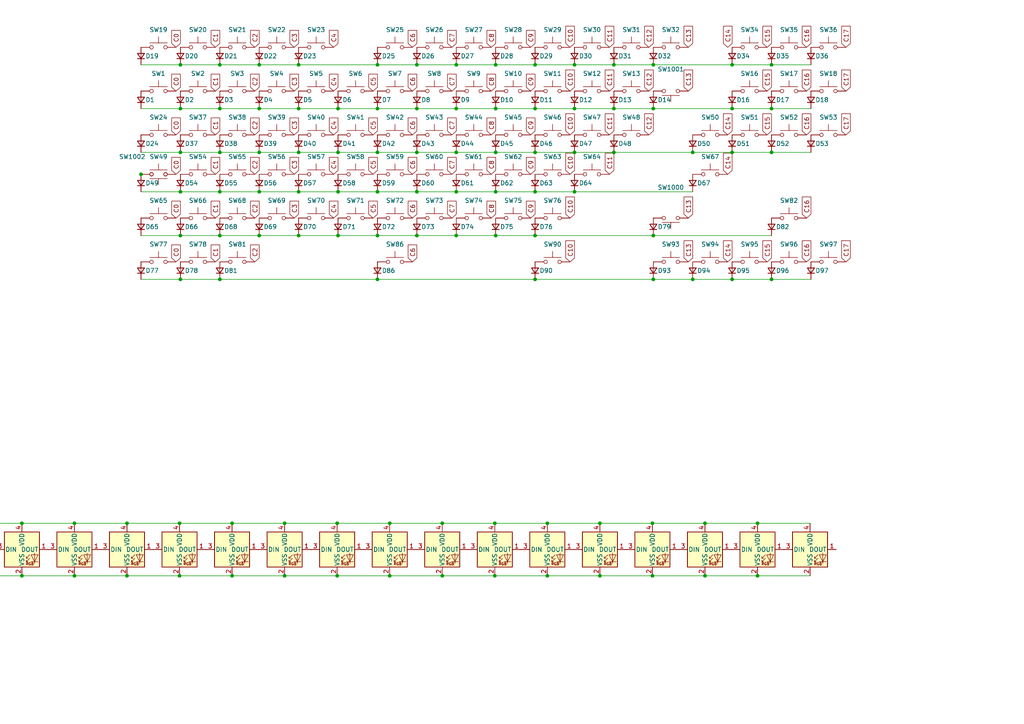
<source format=kicad_sch>
(kicad_sch (version 20240812) (generator "eeschema") (generator_version "8.99")
  (paper "A4")
  (lib_symbols
    (symbol "Connector:Conn_01x05_Socket" (pin_names (offset 1.016) hide)
      (property "Reference" "J" (at 0 7.62 0))
      (property "Value" "Conn_01x05_Socket" (at 0 -7.62 0))
      (symbol "Conn_01x05_Socket_1_1"
        (pin passive line (at -5.08 5.08 0) (length 3.81) (name "Pin_1") (number "1"))
        (pin passive line (at -5.08 2.54 0) (length 3.81) (name "Pin_2") (number "2"))
        (pin passive line (at -5.08 0 0) (length 3.81) (name "Pin_3") (number "3"))
        (pin passive line (at -5.08 -2.54 0) (length 3.81) (name "Pin_4") (number "4"))
        (pin passive line (at -5.08 -5.08 0) (length 3.81) (name "Pin_5") (number "5"))
      )
    )
    (symbol "Connector:USB_C_Receptacle_USB2.0_14P" (pin_names (offset 1.016))
      (property "Reference" "J" (at 0 22.225 0))
      (property "Value" "USB_C_Receptacle_USB2.0_14P" (at 0 19.685 0))
      (symbol "USB_C_Receptacle_USB2.0_14P_1_1"
        (pin passive line (at -7.62 -22.86 90) (length 5.08) (name "SHIELD") (number "S1"))
        (pin passive line (at 0 -22.86 90) (length 5.08) (name "GND") (number "A1"))
        (pin passive line (at 0 -22.86 90) (length 5.08) hide (name "GND") (number "A12"))
        (pin passive line (at 0 -22.86 90) (length 5.08) hide (name "GND") (number "B1"))
        (pin passive line (at 0 -22.86 90) (length 5.08) hide (name "GND") (number "B12"))
        (pin passive line (at 15.24 15.24 180) (length 5.08) (name "VBUS") (number "A4"))
        (pin passive line (at 15.24 15.24 180) (length 5.08) hide (name "VBUS") (number "A9"))
        (pin passive line (at 15.24 15.24 180) (length 5.08) hide (name "VBUS") (number "B4"))
        (pin passive line (at 15.24 15.24 180) (length 5.08) hide (name "VBUS") (number "B9"))
        (pin bidirectional line (at 15.24 10.16 180) (length 5.08) (name "CC1") (number "A5"))
        (pin bidirectional line (at 15.24 7.62 180) (length 5.08) (name "CC2") (number "B5"))
        (pin bidirectional line (at 15.24 2.54 180) (length 5.08) (name "D-") (number "A7"))
        (pin bidirectional line (at 15.24 0 180) (length 5.08) (name "D-") (number "B7"))
        (pin bidirectional line (at 15.24 -2.54 180) (length 5.08) (name "D+") (number "A6"))
        (pin bidirectional line (at 15.24 -5.08 180) (length 5.08) (name "D+") (number "B6"))
      )
    )
    (symbol "Device:C_Small" (pin_numbers hide) (pin_names (offset 0.254) hide)
      (property "Reference" "C" (at 0.254 1.778 0))
      (property "Value" "C_Small" (at 0.254 -2.032 0))
      (symbol "C_Small_1_1"
        (pin passive line (at 0 2.54 270) (length 2.032) (name "~") (number "1"))
        (pin passive line (at 0 -2.54 90) (length 2.032) (name "~") (number "2"))
      )
    )
    (symbol "Device:D_Small" (pin_numbers hide) (pin_names (offset 0.254) hide)
      (property "Reference" "D" (at -1.27 2.032 0))
      (property "Value" "D_Small" (at -3.81 -2.032 0))
      (symbol "D_Small_1_1"
        (pin passive line (at -2.54 0 0) (length 1.778) (name "K") (number "1"))
        (pin passive line (at 2.54 0 180) (length 1.778) (name "A") (number "2"))
      )
    )
    (symbol "Device:R_Small" (pin_numbers hide) (pin_names (offset 0.254) hide)
      (property "Reference" "R" (at 0.762 0.508 0))
      (property "Value" "R_Small" (at 0.762 -1.016 0))
      (symbol "R_Small_1_1"
        (pin passive line (at 0 2.54 270) (length 0.762) (name "~") (number "1"))
        (pin passive line (at 0 -2.54 90) (length 0.762) (name "~") (number "2"))
      )
    )
    (symbol "LED:WS2812B-2020" (pin_names (offset 0.254))
      (property "Reference" "D" (at 5.08 5.715 0))
      (property "Value" "WS2812B-2020" (at 1.27 -5.715 0))
      (symbol "WS2812B-2020_0_0"
        (text "RGB" (at 2.286 -4.191 0) (effects (font (size 0.762 0.762))))
      )
      (symbol "WS2812B-2020_1_1"
        (pin input line (at -7.62 0 0) (length 2.54) (name "DIN") (number "3"))
        (pin power_in line (at 0 7.62 270) (length 2.54) (name "VDD") (number "4"))
        (pin power_in line (at 0 -7.62 90) (length 2.54) (name "VSS") (number "2"))
        (pin output line (at 7.62 0 180) (length 2.54) (name "DOUT") (number "1"))
      )
    )
    (symbol "Regulator_Linear:AMS1117"
      (property "Reference" "U" (at -3.81 3.175 0))
      (property "Value" "AMS1117" (at 0 3.175 0))
      (symbol "AMS1117_1_1"
        (pin power_in line (at -7.62 0 0) (length 2.54) (name "VI") (number "3"))
        (pin input line (at 0 -7.62 90) (length 2.54) (name "ADJ") (number "1"))
        (pin power_out line (at 7.62 0 180) (length 2.54) (name "VO") (number "2"))
      )
    )
    (symbol "Switch:SW_Push" (pin_numbers hide) (pin_names (offset 1.016) hide)
      (property "Reference" "SW" (at 1.27 2.54 0))
      (property "Value" "SW_Push" (at 0 -1.524 0))
      (symbol "SW_Push_0_1"
        (pin passive line (at -5.08 0 0) (length 2.54) (name "1") (number "1"))
        (pin passive line (at 5.08 0 180) (length 2.54) (name "2") (number "2"))
      )
    )
    (symbol "power:+3.3V" (power) (pin_numbers hide) (pin_names (offset 0) hide)
      (property "Value" "+3.3V" (at 0 3.556 0))
      (symbol "+3.3V_1_1"
        (pin power_in line (at 0 0 90) (length 0) (name "~") (number "1"))
      )
    )
    (symbol "power:+5V" (power) (pin_numbers hide) (pin_names (offset 0) hide)
      (property "Value" "+5V" (at 0 3.556 0))
      (symbol "+5V_1_1"
        (pin power_in line (at 0 0 90) (length 0) (name "~") (number "1"))
      )
    )
    (symbol "power:GND" (power) (pin_numbers hide) (pin_names (offset 0) hide)
      (property "Value" "GND" (at 0 -3.81 0))
      (symbol "GND_1_1"
        (pin power_in line (at 0 0 270) (length 0) (name "~") (number "1"))
      )
    )
    (symbol "stm32f072:STM32F072-LQFP48-acheronSymbols" (pin_names (offset 1.016))
      (property "Reference" "U1" (at -1.905 3.175 0))
      (property "Value" "STM32F072-LQFP48" (at -15.24 -1.27 0))
      (symbol "STM32F072-LQFP48-acheronSymbols_1_1"
        (pin power_in line (at -43.18 35.56 0) (length 2.54) (name "VBAT") (number "1"))
        (pin bidirectional line (at -43.18 29.21 0) (length 2.54) (name "PC13") (number "2"))
        (pin bidirectional line (at -43.18 22.86 0) (length 2.54) (name "PC14/OSC32_IN") (number "3"))
        (pin bidirectional line (at -43.18 16.51 0) (length 2.54) (name "PC15/OSC32_OUT") (number "4"))
        (pin bidirectional line (at -43.18 10.16 0) (length 2.54) (name "PF0/OSC_IN") (number "5"))
        (pin bidirectional line (at -43.18 3.81 0) (length 2.54) (name "PF1/OSC_OUT") (number "6"))
        (pin input line (at -43.18 -2.54 0) (length 2.54) (name "NRST") (number "7"))
        (pin power_in line (at -43.18 -8.89 0) (length 2.54) (name "VSSA") (number "8"))
        (pin power_in line (at -43.18 -15.24 0) (length 2.54) (name "VDDA") (number "9"))
        (pin bidirectional line (at -43.18 -21.59 0) (length 2.54) (name "PA0/ADC_IN0") (number "10"))
        (pin bidirectional line (at -43.18 -27.94 0) (length 2.54) (name "PA1/ADC_IN1") (number "11"))
        (pin bidirectional line (at -43.18 -34.29 0) (length 2.54) (name "PA2/ADC_IN2") (number "12"))
        (pin input line (at -34.29 44.45 270) (length 2.54) (name "VDD") (number "48"))
        (pin bidirectional line (at -34.29 -43.18 90) (length 2.54) (name "PA3/TIM15_CH2/ADC_IN3") (number "13"))
        (pin input line (at -27.94 44.45 270) (length 2.54) (name "VSS") (number "47"))
        (pin bidirectional line (at -27.94 -43.18 90) (length 2.54) (name "PA4/TIM14_CH1/ADC_IN4") (number "14"))
        (pin input line (at -21.59 44.45 270) (length 2.54) (name "SPI2_NSS/I2S2_WS/I2C1_SDA/TIM17_CH1/PB9") (number "46"))
        (pin bidirectional line (at -21.59 -43.18 90) (length 2.54) (name "PA5/ADC_IN5/DAC_OUT2") (number "15"))
        (pin bidirectional line (at -15.24 44.45 270) (length 2.54) (name "I2C1_SCL/TIM16_CH1/PB8") (number "45"))
        (pin bidirectional line (at -15.24 -43.18 90) (length 2.54) (name "PA6/ADC_IN6/TIM3_CH1/TIM16_CH1") (number "16"))
        (pin output line (at -8.89 44.45 270) (length 2.54) (name "BOOT0") (number "44"))
        (pin bidirectional line (at -8.89 -43.18 90) (length 2.54) (name "PA7/TIM3_CH2/TIM14_CH1/ADC_IN7") (number "17"))
        (pin bidirectional line (at -2.54 44.45 270) (length 2.54) (name "2C1_SDA/PB7") (number "43"))
        (pin bidirectional line (at -2.54 -43.18 90) (length 2.54) (name "PB0/TIM3_CH3/ADC_IN8") (number "18"))
        (pin bidirectional line (at 3.81 44.45 270) (length 2.54) (name "I2C1_SCL/PB6") (number "42"))
        (pin bidirectional line (at 3.81 -43.18 90) (length 2.54) (name "PB1/TIM3_CH4/TIM14_CH1/ADC_IN9") (number "19"))
        (pin bidirectional line (at 10.16 44.45 270) (length 2.54) (name "SPI1_MOSI/I2S1_SD/TIM3_CH2/PB5") (number "41"))
        (pin bidirectional line (at 10.16 -43.18 90) (length 2.54) (name "PB2") (number "20"))
        (pin bidirectional line (at 16.51 44.45 270) (length 2.54) (name "SPI1_MISO/I2S1_MCK/TIM3_CH1/PB4") (number "40"))
        (pin bidirectional line (at 16.51 -43.18 90) (length 2.54) (name "PB10/SPI2_SCK/I2C2_SCL/TIM2_CH3") (number "21"))
        (pin bidirectional line (at 22.86 44.45 270) (length 2.54) (name "SPI1_SCK/I2S1_CK/TIM2_CH2/PB3") (number "39"))
        (pin bidirectional line (at 22.86 -43.18 90) (length 2.54) (name "PB11/TIM2_CH4/I2C2_SDA") (number "22"))
        (pin bidirectional line (at 29.21 44.45 270) (length 2.54) (name "PA2") (number "38"))
        (pin power_in line (at 29.21 -43.18 90) (length 2.54) (name "VSS") (number "23"))
        (pin bidirectional line (at 35.56 44.45 270) (length 2.54) (name "SWCLK/PA14") (number "37"))
        (pin power_in line (at 35.56 -43.18 90) (length 2.54) (name "VDD") (number "24"))
        (pin power_in line (at 44.45 34.29 180) (length 2.54) (name "VDDIO2") (number "36"))
        (pin power_in line (at 44.45 27.94 180) (length 2.54) (name "VSS") (number "35"))
        (pin bidirectional line (at 44.45 21.59 180) (length 2.54) (name "SWDIO/PA13") (number "34"))
        (pin bidirectional line (at 44.45 15.24 180) (length 2.54) (name "USB_DP/PA12") (number "33"))
        (pin bidirectional line (at 44.45 8.89 180) (length 2.54) (name "USB_DM/TIM1_CH4/PA11") (number "32"))
        (pin bidirectional line (at 44.45 2.54 180) (length 2.54) (name "TIM1_CH3/PA10") (number "31"))
        (pin bidirectional line (at 44.45 -3.81 180) (length 2.54) (name "TIM1_CH2/PA9") (number "30"))
        (pin bidirectional line (at 44.45 -10.16 180) (length 2.54) (name "TIM1_CH1/PA8") (number "29"))
        (pin bidirectional line (at 44.45 -16.51 180) (length 2.54) (name "SPI2_MOSI/I2S2_SD/PB15") (number "28"))
        (pin bidirectional line (at 44.45 -22.86 180) (length 2.54) (name "PB14/SPI2_MISO/I2S2_MCK/I2C2_SDA/TIM15_CH1/PB15") (number "27"))
        (pin bidirectional line (at 44.45 -29.21 180) (length 2.54) (name "SPI2_SCK/I2S2_CK/I2C2_SCL/PB13") (number "26"))
        (pin bidirectional line (at 44.45 -35.56 180) (length 2.54) (name "PB12") (number "25"))
      )
    )
  )
  (junction (at 52.324 55.626))
  (junction (at 21.59 167.005))
  (junction (at 143.51 151.765))
  (junction (at 109.474 44.196))
  (junction (at 189.484 68.326))
  (junction (at 204.47 167.005))
  (junction (at -252.73 167.005))
  (junction (at 155.194 18.796))
  (junction (at 82.55 151.765))
  (junction (at 109.474 18.796))
  (junction (at 143.764 68.326))
  (junction (at -135.382 67.818))
  (junction (at 212.344 18.796))
  (junction (at -100.33 151.765))
  (junction (at 132.334 68.326))
  (junction (at 143.764 55.626))
  (junction (at 155.194 55.626))
  (junction (at 75.184 44.196))
  (junction (at -237.49 151.765))
  (junction (at 36.83 151.765))
  (junction (at 63.754 44.196))
  (junction (at 155.194 68.326))
  (junction (at 120.904 44.196))
  (junction (at -113.538 1.778))
  (junction (at -252.73 151.765))
  (junction (at 189.23 167.005))
  (junction (at -131.064 62.738))
  (junction (at -207.01 151.765))
  (junction (at 82.55 167.005))
  (junction (at 98.044 55.626))
  (junction (at -113.538 6.096))
  (junction (at 75.184 31.496))
  (junction (at -85.09 167.005))
  (junction (at 120.904 68.326))
  (junction (at -115.57 167.005))
  (junction (at 166.624 31.496))
  (junction (at 178.054 18.796))
  (junction (at 86.614 31.496))
  (junction (at 97.79 167.005))
  (junction (at 63.754 68.326))
  (junction (at 113.03 167.005))
  (junction (at 223.774 44.196))
  (junction (at 189.484 81.026))
  (junction (at 6.35 151.765))
  (junction (at 98.044 44.196))
  (junction (at -191.77 151.765))
  (junction (at 219.71 167.005))
  (junction (at -39.37 151.765))
  (junction (at 109.474 31.496))
  (junction (at 109.474 81.026))
  (junction (at -8.89 167.005))
  (junction (at 132.334 44.196))
  (junction (at 63.754 31.496))
  (junction (at -176.53 151.765))
  (junction (at 212.344 81.026))
  (junction (at -39.37 167.005))
  (junction (at -118.618 1.778))
  (junction (at -176.53 167.005))
  (junction (at -115.57 151.765))
  (junction (at 155.194 44.196))
  (junction (at 63.754 18.796))
  (junction (at 200.914 44.196))
  (junction (at -146.05 167.005))
  (junction (at 189.23 151.765))
  (junction (at 132.334 55.626))
  (junction (at -222.25 167.005))
  (junction (at 40.894 50.546))
  (junction (at 52.324 31.496))
  (junction (at 166.624 18.796))
  (junction (at 223.774 18.796))
  (junction (at -130.81 151.765))
  (junction (at 36.83 167.005))
  (junction (at -69.85 167.005))
  (junction (at 86.614 44.196))
  (junction (at 21.59 151.765))
  (junction (at 204.47 151.765))
  (junction (at 158.75 167.005))
  (junction (at -161.29 151.765))
  (junction (at 143.764 18.796))
  (junction (at 132.334 18.796))
  (junction (at -161.29 167.005))
  (junction (at 219.71 151.765))
  (junction (at 63.754 81.026))
  (junction (at 86.614 55.626))
  (junction (at -50.292 99.314))
  (junction (at 52.324 44.196))
  (junction (at 98.044 68.326))
  (junction (at 178.054 31.496))
  (junction (at 155.194 31.496))
  (junction (at -128.27 17.78))
  (junction (at 212.344 44.196))
  (junction (at -37.846 24.892))
  (junction (at -191.77 167.005))
  (junction (at 223.774 31.496))
  (junction (at 67.31 151.765))
  (junction (at 173.99 151.765))
  (junction (at 128.27 167.005))
  (junction (at -33.528 19.812))
  (junction (at 120.904 55.626))
  (junction (at 189.484 31.496))
  (junction (at -139.7 -2.794))
  (junction (at -50.292 103.632))
  (junction (at -69.85 151.765))
  (junction (at -33.528 24.892))
  (junction (at -24.13 151.765))
  (junction (at 67.31 167.005))
  (junction (at -55.372 99.314))
  (junction (at -55.372 103.632))
  (junction (at -146.05 151.765))
  (junction (at -118.618 6.096))
  (junction (at 86.614 68.326))
  (junction (at -222.25 99.695))
  (junction (at 173.99 167.005))
  (junction (at -136.906 -2.794))
  (junction (at -100.33 167.005))
  (junction (at -85.09 151.765))
  (junction (at 86.614 18.796))
  (junction (at 113.03 151.765))
  (junction (at 75.184 68.326))
  (junction (at 52.07 151.765))
  (junction (at -8.89 151.765))
  (junction (at 166.624 44.196))
  (junction (at 143.51 167.005))
  (junction (at 97.79 151.765))
  (junction (at -222.25 151.765))
  (junction (at -131.064 67.818))
  (junction (at 52.324 68.326))
  (junction (at -54.61 167.005))
  (junction (at 158.75 151.765))
  (junction (at 200.914 81.026))
  (junction (at -24.13 167.005))
  (junction (at 98.044 31.496))
  (junction (at 128.27 151.765))
  (junction (at 143.764 44.196))
  (junction (at -54.61 151.765))
  (junction (at 223.774 81.026))
  (junction (at 132.334 31.496))
  (junction (at 189.484 18.796))
  (junction (at 212.344 31.496))
  (junction (at 52.324 81.026))
  (junction (at -130.81 167.005))
  (junction (at 6.35 167.005))
  (junction (at 63.754 55.626))
  (junction (at -207.01 67.945))
  (junction (at 120.904 18.796))
  (junction (at -37.846 19.812))
  (junction (at 52.07 167.005))
  (junction (at 75.184 18.796))
  (junction (at 166.624 55.626))
  (junction (at 109.474 68.326))
  (junction (at 120.904 31.496))
  (junction (at 75.184 55.626))
  (junction (at 52.324 18.796))
  (junction (at 143.764 31.496))
  (junction (at 109.474 55.626))
  (junction (at -237.49 167.005))
  (junction (at -207.01 167.005))
  (junction (at -135.382 62.738))
  (junction (at 178.054 44.196))
  (junction (at 155.194 81.026))
  (no_connect (at -128.27 43.18))
  (no_connect (at -128.27 49.53))
  (wire (pts (xy 166.624 44.196) (xy 178.054 44.196)))
  (wire (pts (xy 223.774 81.026) (xy 235.204 81.026)))
  (wire (pts (xy 21.59 151.765) (xy 36.83 151.765)))
  (wire (pts (xy 40.894 68.326) (xy 52.324 68.326)))
  (wire (pts (xy 189.484 68.326) (xy 223.774 68.326)))
  (wire (pts (xy 155.194 44.196) (xy 166.624 44.196)))
  (wire (pts (xy 200.914 44.196) (xy 212.344 44.196)))
  (wire (pts (xy 63.754 18.796) (xy 75.184 18.796)))
  (wire (pts (xy -24.13 151.765) (xy -8.89 151.765)))
  (wire (pts (xy 52.324 55.626) (xy 63.754 55.626)))
  (wire (pts (xy 143.51 167.005) (xy 158.75 167.005)))
  (wire (pts (xy -149.86 -2.794) (xy -149.86 -6.604)))
  (wire (pts (xy 223.774 44.196) (xy 235.204 44.196)))
  (wire (pts (xy 113.03 167.005) (xy 128.27 167.005)))
  (wire (pts (xy 109.474 44.196) (xy 120.904 44.196)))
  (wire (pts (xy 63.754 68.326) (xy 75.184 68.326)))
  (wire (pts (xy -128.27 67.818) (xy -131.064 67.818)))
  (wire (pts (xy -131.064 67.818) (xy -135.382 67.818)))
  (wire (pts (xy -130.81 167.005) (xy -115.57 167.005)))
  (wire (pts (xy 36.83 151.765) (xy 52.07 151.765)))
  (wire (pts (xy 82.55 151.765) (xy 97.79 151.765)))
  (wire (pts (xy -191.77 167.005) (xy -176.53 167.005)))
  (wire (pts (xy 86.614 18.796) (xy 109.474 18.796)))
  (wire (pts (xy 109.474 18.796) (xy 120.904 18.796)))
  (wire (pts (xy 143.764 44.196) (xy 155.194 44.196)))
  (wire (pts (xy 189.484 81.026) (xy 200.914 81.026)))
  (wire (pts (xy 155.194 68.326) (xy 189.484 68.326)))
  (wire (pts (xy -136.906 -8.128) (xy -139.7 -8.128)))
  (wire (pts (xy 219.71 167.005) (xy 234.95 167.005)))
  (wire (pts (xy -55.372 96.52) (xy -55.88 96.52)))
  (wire (pts (xy 52.07 151.765) (xy 67.31 151.765)))
  (wire (pts (xy -252.73 167.005) (xy -237.49 167.005)))
  (wire (pts (xy -113.538 8.89) (xy -113.03 8.89)))
  (wire (pts (xy -55.372 103.632) (xy -55.372 99.314)))
  (wire (pts (xy 113.03 151.765) (xy 128.27 151.765)))
  (wire (pts (xy 86.614 31.496) (xy 98.044 31.496)))
  (wire (pts (xy 189.484 31.496) (xy 212.344 31.496)))
  (wire (pts (xy 97.79 151.765) (xy 113.03 151.765)))
  (wire (pts (xy -100.33 151.765) (xy -85.09 151.765)))
  (wire (pts (xy -128.27 62.738) (xy -128.27 62.23)))
  (wire (pts (xy -191.77 151.765) (xy -176.53 151.765)))
  (wire (pts (xy 75.184 68.326) (xy 86.614 68.326)))
  (wire (pts (xy -207.01 79.375) (xy -207.01 81.915)))
  (wire (pts (xy -115.57 151.765) (xy -100.33 151.765)))
  (wire (pts (xy -130.81 151.765) (xy -115.57 151.765)))
  (wire (pts (xy -55.372 99.314) (xy -55.372 96.52)))
  (wire (pts (xy 155.194 31.496) (xy 166.624 31.496)))
  (wire (pts (xy -69.85 151.765) (xy -54.61 151.765)))
  (wire (pts (xy -85.09 167.005) (xy -69.85 167.005)))
  (wire (pts (xy -237.49 151.765) (xy -222.25 151.765)))
  (wire (pts (xy -118.618 6.096) (xy -118.618 1.778)))
  (wire (pts (xy 212.344 44.196) (xy 223.774 44.196)))
  (wire (pts (xy 189.23 167.005) (xy 204.47 167.005)))
  (wire (pts (xy -161.29 167.005) (xy -146.05 167.005)))
  (wire (pts (xy 109.474 81.026) (xy 155.194 81.026)))
  (wire (pts (xy 132.334 31.496) (xy 143.764 31.496)))
  (wire (pts (xy 120.904 31.496) (xy 132.334 31.496)))
  (wire (pts (xy -161.29 151.765) (xy -146.05 151.765)))
  (wire (pts (xy 75.184 31.496) (xy 86.614 31.496)))
  (wire (pts (xy 52.324 68.326) (xy 63.754 68.326)))
  (wire (pts (xy 212.344 18.796) (xy 223.774 18.796)))
  (wire (pts (xy 75.184 18.796) (xy 86.614 18.796)))
  (wire (pts (xy -136.906 -2.794) (xy -136.906 -3.048)))
  (wire (pts (xy -54.61 167.005) (xy -39.37 167.005)))
  (wire (pts (xy 97.79 167.005) (xy 113.03 167.005)))
  (wire (pts (xy -119.38 8.89) (xy -118.618 8.89)))
  (wire (pts (xy 189.23 151.765) (xy 204.47 151.765)))
  (wire (pts (xy 143.51 151.765) (xy 158.75 151.765)))
  (wire (pts (xy 52.324 44.196) (xy 63.754 44.196)))
  (wire (pts (xy -50.292 96.52) (xy -50.292 99.314)))
  (wire (pts (xy 86.614 68.326) (xy 98.044 68.326)))
  (wire (pts (xy 166.624 55.626) (xy 200.914 55.626)))
  (wire (pts (xy -139.7 -6.604) (xy -139.7 -2.794)))
  (wire (pts (xy 52.07 167.005) (xy 67.31 167.005)))
  (wire (pts (xy -267.97 151.765) (xy -252.73 151.765)))
  (wire (pts (xy 63.754 81.026) (xy 109.474 81.026)))
  (wire (pts (xy 128.27 151.765) (xy 143.51 151.765)))
  (wire (pts (xy -222.25 167.005) (xy -207.01 167.005)))
  (wire (pts (xy 36.83 167.005) (xy 52.07 167.005)))
  (wire (pts (xy -176.53 151.765) (xy -161.29 151.765)))
  (wire (pts (xy -267.97 167.005) (xy -252.73 167.005)))
  (wire (pts (xy 40.894 81.026) (xy 52.324 81.026)))
  (wire (pts (xy 155.194 81.026) (xy 189.484 81.026)))
  (wire (pts (xy -33.528 24.892) (xy -37.846 24.892)))
  (wire (pts (xy 223.774 18.796) (xy 235.204 18.796)))
  (wire (pts (xy 223.774 31.496) (xy 235.204 31.496)))
  (wire (pts (xy -85.09 151.765) (xy -69.85 151.765)))
  (wire (pts (xy -207.01 167.005) (xy -191.77 167.005)))
  (wire (pts (xy 120.904 18.796) (xy 132.334 18.796)))
  (wire (pts (xy -39.37 167.005) (xy -24.13 167.005)))
  (wire (pts (xy 63.754 55.626) (xy 75.184 55.626)))
  (wire (pts (xy 132.334 68.326) (xy 143.764 68.326)))
  (wire (pts (xy -118.618 8.89) (xy -118.618 6.096)))
  (wire (pts (xy -146.05 151.765) (xy -130.81 151.765)))
  (wire (pts (xy 158.75 151.765) (xy 173.99 151.765)))
  (wire (pts (xy 178.054 31.496) (xy 189.484 31.496)))
  (wire (pts (xy 173.99 151.765) (xy 189.23 151.765)))
  (wire (pts (xy 98.044 68.326) (xy 109.474 68.326)))
  (wire (pts (xy 128.27 167.005) (xy 143.51 167.005)))
  (wire (pts (xy -8.89 151.765) (xy 6.35 151.765)))
  (wire (pts (xy 40.894 55.626) (xy 52.324 55.626)))
  (wire (pts (xy -229.87 99.695) (xy -222.25 99.695)))
  (wire (pts (xy 86.614 55.626) (xy 98.044 55.626)))
  (wire (pts (xy 155.194 18.796) (xy 166.624 18.796)))
  (wire (pts (xy 132.334 55.626) (xy 143.764 55.626)))
  (wire (pts (xy -37.846 19.812) (xy -33.528 19.812)))
  (wire (pts (xy 86.614 44.196) (xy 98.044 44.196)))
  (wire (pts (xy 178.054 18.796) (xy 189.484 18.796)))
  (wire (pts (xy -39.37 151.765) (xy -24.13 151.765)))
  (wire (pts (xy 120.904 44.196) (xy 132.334 44.196)))
  (wire (pts (xy -54.61 151.765) (xy -39.37 151.765)))
  (wire (pts (xy -135.382 62.738) (xy -131.064 62.738)))
  (wire (pts (xy -40.64 19.812) (xy -37.846 19.812)))
  (wire (pts (xy -49.53 96.52) (xy -50.292 96.52)))
  (wire (pts (xy 52.324 31.496) (xy 63.754 31.496)))
  (wire (pts (xy 178.054 44.196) (xy 200.914 44.196)))
  (wire (pts (xy 82.55 167.005) (xy 97.79 167.005)))
  (wire (pts (xy -222.25 151.765) (xy -207.01 151.765)))
  (wire (pts (xy 75.184 44.196) (xy 86.614 44.196)))
  (wire (pts (xy -100.33 167.005) (xy -85.09 167.005)))
  (wire (pts (xy -139.7 -2.794) (xy -136.906 -2.794)))
  (wire (pts (xy -147.32 -2.794) (xy -149.86 -2.794)))
  (wire (pts (xy 173.99 167.005) (xy 189.23 167.005)))
  (wire (pts (xy 200.914 81.026) (xy 212.344 81.026)))
  (wire (pts (xy -113.538 6.096) (xy -113.538 8.89)))
  (wire (pts (xy -115.57 167.005) (xy -100.33 167.005)))
  (wire (pts (xy 52.324 81.026) (xy 63.754 81.026)))
  (wire (pts (xy 67.31 151.765) (xy 82.55 151.765)))
  (wire (pts (xy -252.73 151.765) (xy -237.49 151.765)))
  (wire (pts (xy -69.85 167.005) (xy -54.61 167.005)))
  (wire (pts (xy -142.24 -2.794) (xy -139.7 -2.794)))
  (wire (pts (xy 52.324 18.796) (xy 63.754 18.796)))
  (wire (pts (xy -176.53 167.005) (xy -161.29 167.005)))
  (wire (pts (xy 120.904 55.626) (xy 132.334 55.626)))
  (wire (pts (xy 6.35 167.005) (xy 21.59 167.005)))
  (wire (pts (xy -207.01 66.675) (xy -207.01 67.945)))
  (wire (pts (xy 98.044 55.626) (xy 109.474 55.626)))
  (wire (pts (xy 158.75 167.005) (xy 173.99 167.005)))
  (wire (pts (xy -146.05 167.005) (xy -130.81 167.005)))
  (wire (pts (xy 212.344 31.496) (xy 223.774 31.496)))
  (wire (pts (xy 67.31 167.005) (xy 82.55 167.005)))
  (wire (pts (xy -113.538 1.778) (xy -113.538 6.096)))
  (wire (pts (xy 132.334 44.196) (xy 143.764 44.196)))
  (wire (pts (xy 109.474 68.326) (xy 120.904 68.326)))
  (wire (pts (xy 204.47 151.765) (xy 219.71 151.765)))
  (wire (pts (xy 120.904 68.326) (xy 132.334 68.326)))
  (wire (pts (xy 98.044 31.496) (xy 109.474 31.496)))
  (wire (pts (xy -50.292 99.314) (xy -50.292 103.632)))
  (wire (pts (xy 40.894 18.796) (xy 52.324 18.796)))
  (wire (pts (xy -207.01 67.945) (xy -207.01 69.215)))
  (wire (pts (xy 40.894 31.496) (xy 52.324 31.496)))
  (wire (pts (xy 63.754 44.196) (xy 75.184 44.196)))
  (wire (pts (xy 109.474 55.626) (xy 120.904 55.626)))
  (wire (pts (xy 21.59 167.005) (xy 36.83 167.005)))
  (wire (pts (xy 143.764 31.496) (xy 155.194 31.496)))
  (wire (pts (xy 143.764 18.796) (xy 155.194 18.796)))
  (wire (pts (xy 189.484 18.796) (xy 212.344 18.796)))
  (wire (pts (xy 166.624 18.796) (xy 178.054 18.796)))
  (wire (pts (xy -8.89 167.005) (xy 6.35 167.005)))
  (wire (pts (xy 40.894 44.196) (xy 52.324 44.196)))
  (wire (pts (xy -128.27 68.58) (xy -128.27 67.818)))
  (wire (pts (xy 109.474 31.496) (xy 120.904 31.496)))
  (wire (pts (xy -37.846 24.892) (xy -40.64 24.892)))
  (wire (pts (xy -40.64 24.892) (xy -40.64 25.4)))
  (wire (pts (xy 219.71 151.765) (xy 234.95 151.765)))
  (wire (pts (xy -207.01 151.765) (xy -191.77 151.765)))
  (wire (pts (xy 75.184 55.626) (xy 86.614 55.626)))
  (wire (pts (xy 143.764 55.626) (xy 155.194 55.626)))
  (wire (pts (xy -207.01 74.295) (xy -207.01 76.835)))
  (wire (pts (xy 212.344 81.026) (xy 223.774 81.026)))
  (wire (pts (xy 166.624 31.496) (xy 178.054 31.496)))
  (wire (pts (xy 98.044 44.196) (xy 109.474 44.196)))
  (wire (pts (xy 132.334 18.796) (xy 143.764 18.796)))
  (wire (pts (xy 63.754 31.496) (xy 75.184 31.496)))
  (wire (pts (xy -40.64 19.05) (xy -40.64 19.812)))
  (wire (pts (xy 204.47 167.005) (xy 219.71 167.005)))
  (wire (pts (xy -237.49 167.005) (xy -222.25 167.005)))
  (wire (pts (xy -131.064 62.738) (xy -128.27 62.738)))
  (wire (pts (xy 155.194 55.626) (xy 166.624 55.626)))
  (wire (pts (xy 143.764 68.326) (xy 155.194 68.326)))
  (wire (pts (xy -24.13 167.005) (xy -8.89 167.005)))
  (wire (pts (xy 6.35 151.765) (xy 21.59 151.765)))
  (global_label "C16" (shape input) (at 233.934 39.116 90) (property "Intersheetrefs" "${INTERSHEET_REFS}" (effects (hide yes))))
  (global_label "C0" (shape input) (at 51.054 13.716 90) (property "Intersheetrefs" "${INTERSHEET_REFS}" (effects (hide yes))))
  (global_label "C11" (shape input) (at 176.784 13.716 90) (property "Intersheetrefs" "${INTERSHEET_REFS}" (effects (hide yes))))
  (global_label "C9" (shape input) (at 153.924 13.716 90) (property "Intersheetrefs" "${INTERSHEET_REFS}" (effects (hide yes))))
  (global_label "RGB" (shape input) (at -128.27 36.83 180) (property "Intersheetrefs" "${INTERSHEET_REFS}" (effects (hide yes))))
  (global_label "C6" (shape input) (at 119.634 75.946 90) (property "Intersheetrefs" "${INTERSHEET_REFS}" (effects (hide yes))))
  (global_label "boot" (shape input) (at -93.98 8.89 90) (property "Intersheetrefs" "${INTERSHEET_REFS}" (effects (hide yes))))
  (global_label "C8" (shape input) (at 142.494 13.716 90) (property "Intersheetrefs" "${INTERSHEET_REFS}" (effects (hide yes))))
  (global_label "C11" (shape input) (at -87.63 96.52 270) (property "Intersheetrefs" "${INTERSHEET_REFS}" (effects (hide yes))))
  (global_label "C6" (shape input) (at 119.634 39.116 90) (property "Intersheetrefs" "${INTERSHEET_REFS}" (effects (hide yes))))
  (global_label "C5" (shape input) (at 108.204 50.546 90) (property "Intersheetrefs" "${INTERSHEET_REFS}" (effects (hide yes))))
  (global_label "C16" (shape input) (at 233.934 63.246 90) (property "Intersheetrefs" "${INTERSHEET_REFS}" (effects (hide yes))))
  (global_label "DIO" (shape input) (at -83.312 66.294 270) (property "Intersheetrefs" "${INTERSHEET_REFS}" (effects (hide yes))))
  (global_label "C10" (shape input) (at 165.354 63.246 90) (property "Intersheetrefs" "${INTERSHEET_REFS}" (effects (hide yes))))
  (global_label "C3" (shape input) (at 85.344 63.246 90) (property "Intersheetrefs" "${INTERSHEET_REFS}" (effects (hide yes))))
  (global_label "C7" (shape input) (at -62.23 96.52 270) (property "Intersheetrefs" "${INTERSHEET_REFS}" (effects (hide yes))))
  (global_label "C10" (shape input) (at 165.354 13.716 90) (property "Intersheetrefs" "${INTERSHEET_REFS}" (effects (hide yes))))
  (global_label "C14" (shape input) (at 211.074 39.116 90) (property "Intersheetrefs" "${INTERSHEET_REFS}" (effects (hide yes))))
  (global_label "RST" (shape input) (at -85.852 66.294 270) (property "Intersheetrefs" "${INTERSHEET_REFS}" (effects (hide yes))))
  (global_label "C5" (shape input) (at 108.204 63.246 90) (property "Intersheetrefs" "${INTERSHEET_REFS}" (effects (hide yes))))
  (global_label "C11" (shape input) (at 176.784 39.116 90) (property "Intersheetrefs" "${INTERSHEET_REFS}" (effects (hide yes))))
  (global_label "C2" (shape input) (at 73.914 75.946 90) (property "Intersheetrefs" "${INTERSHEET_REFS}" (effects (hide yes))))
  (global_label "D+" (shape input) (at -207.01 79.375 0) (property "Intersheetrefs" "${INTERSHEET_REFS}" (effects (hide yes))))
  (global_label "C1" (shape input) (at 62.484 63.246 90) (property "Intersheetrefs" "${INTERSHEET_REFS}" (effects (hide yes))))
  (global_label "C12" (shape input) (at 188.214 39.116 90) (property "Intersheetrefs" "${INTERSHEET_REFS}" (effects (hide yes))))
  (global_label "RST" (shape input) (at -128.27 55.88 180) (property "Intersheetrefs" "${INTERSHEET_REFS}" (effects (hide yes))))
  (global_label "C14" (shape input) (at -106.68 96.52 270) (property "Intersheetrefs" "${INTERSHEET_REFS}" (effects (hide yes))))
  (global_label "C6" (shape input) (at 119.634 13.716 90) (property "Intersheetrefs" "${INTERSHEET_REFS}" (effects (hide yes))))
  (global_label "C6" (shape input) (at 119.634 50.546 90) (property "Intersheetrefs" "${INTERSHEET_REFS}" (effects (hide yes))))
  (global_label "D+" (shape input) (at -40.64 38.1 0) (property "Intersheetrefs" "${INTERSHEET_REFS}" (effects (hide yes))))
  (global_label "C0" (shape input) (at 51.054 39.116 90) (property "Intersheetrefs" "${INTERSHEET_REFS}" (effects (hide yes))))
  (global_label "C5" (shape input) (at -40.64 82.55 0) (property "Intersheetrefs" "${INTERSHEET_REFS}" (effects (hide yes))))
  (global_label "C2" (shape input) (at 73.914 63.246 90) (property "Intersheetrefs" "${INTERSHEET_REFS}" (effects (hide yes))))
  (global_label "C0" (shape input) (at 51.054 50.546 90) (property "Intersheetrefs" "${INTERSHEET_REFS}" (effects (hide yes))))
  (global_label "C9" (shape input) (at 153.924 39.116 90) (property "Intersheetrefs" "${INTERSHEET_REFS}" (effects (hide yes))))
  (global_label "C10" (shape input) (at 165.354 26.416 90) (property "Intersheetrefs" "${INTERSHEET_REFS}" (effects (hide yes))))
  (global_label "C13" (shape input) (at 199.644 13.716 90) (property "Intersheetrefs" "${INTERSHEET_REFS}" (effects (hide yes))))
  (global_label "C4" (shape input) (at -40.64 76.2 0) (property "Intersheetrefs" "${INTERSHEET_REFS}" (effects (hide yes))))
  (global_label "C4" (shape input) (at 96.774 39.116 90) (property "Intersheetrefs" "${INTERSHEET_REFS}" (effects (hide yes))))
  (global_label "C14" (shape input) (at 211.074 50.546 90) (property "Intersheetrefs" "${INTERSHEET_REFS}" (effects (hide yes))))
  (global_label "C10" (shape input) (at -81.28 96.52 270) (property "Intersheetrefs" "${INTERSHEET_REFS}" (effects (hide yes))))
  (global_label "C2" (shape input) (at 73.914 39.116 90) (property "Intersheetrefs" "${INTERSHEET_REFS}" (effects (hide yes))))
  (global_label "C5" (shape input) (at 108.204 39.116 90) (property "Intersheetrefs" "${INTERSHEET_REFS}" (effects (hide yes))))
  (global_label "C3" (shape input) (at 85.344 39.116 90) (property "Intersheetrefs" "${INTERSHEET_REFS}" (effects (hide yes))))
  (global_label "C17" (shape input) (at 245.364 75.946 90) (property "Intersheetrefs" "${INTERSHEET_REFS}" (effects (hide yes))))
  (global_label "C3" (shape input) (at -40.64 69.85 0) (property "Intersheetrefs" "${INTERSHEET_REFS}" (effects (hide yes))))
  (global_label "C9" (shape input) (at 153.924 63.246 90) (property "Intersheetrefs" "${INTERSHEET_REFS}" (effects (hide yes))))
  (global_label "C4" (shape input) (at 96.774 50.546 90) (property "Intersheetrefs" "${INTERSHEET_REFS}" (effects (hide yes))))
  (global_label "C7" (shape input) (at 131.064 39.116 90) (property "Intersheetrefs" "${INTERSHEET_REFS}" (effects (hide yes))))
  (global_label "C17" (shape input) (at 245.364 39.116 90) (property "Intersheetrefs" "${INTERSHEET_REFS}" (effects (hide yes))))
  (global_label "C15" (shape input) (at -55.88 8.89 90) (property "Intersheetrefs" "${INTERSHEET_REFS}" (effects (hide yes))))
  (global_label "C10" (shape input) (at 165.354 75.946 90) (property "Intersheetrefs" "${INTERSHEET_REFS}" (effects (hide yes))))
  (global_label "C12" (shape input) (at 188.214 13.716 90) (property "Intersheetrefs" "${INTERSHEET_REFS}" (effects (hide yes))))
  (global_label "C14" (shape input) (at 211.074 13.716 90) (property "Intersheetrefs" "${INTERSHEET_REFS}" (effects (hide yes))))
  (global_label "C4" (shape input) (at 96.774 26.416 90) (property "Intersheetrefs" "${INTERSHEET_REFS}" (effects (hide yes))))
  (global_label "C8" (shape input) (at 142.494 39.116 90) (property "Intersheetrefs" "${INTERSHEET_REFS}" (effects (hide yes))))
  (global_label "C4" (shape input) (at 96.774 13.716 90) (property "Intersheetrefs" "${INTERSHEET_REFS}" (effects (hide yes))))
  (global_label "C13" (shape input) (at 199.644 75.946 90) (property "Intersheetrefs" "${INTERSHEET_REFS}" (effects (hide yes))))
  (global_label "C8" (shape input) (at 142.494 26.416 90) (property "Intersheetrefs" "${INTERSHEET_REFS}" (effects (hide yes))))
  (global_label "C3" (shape input) (at 85.344 13.716 90) (property "Intersheetrefs" "${INTERSHEET_REFS}" (effects (hide yes))))
  (global_label "C0" (shape input) (at 51.054 63.246 90) (property "Intersheetrefs" "${INTERSHEET_REFS}" (effects (hide yes))))
  (global_label "C7" (shape input) (at 131.064 26.416 90) (property "Intersheetrefs" "${INTERSHEET_REFS}" (effects (hide yes))))
  (global_label "C16" (shape input) (at 233.934 26.416 90) (property "Intersheetrefs" "${INTERSHEET_REFS}" (effects (hide yes))))
  (global_label "C1" (shape input) (at 62.484 39.116 90) (property "Intersheetrefs" "${INTERSHEET_REFS}" (effects (hide yes))))
  (global_label "C11" (shape input) (at 176.784 26.416 90) (property "Intersheetrefs" "${INTERSHEET_REFS}" (effects (hide yes))))
  (global_label "C15" (shape input) (at 222.504 26.416 90) (property "Intersheetrefs" "${INTERSHEET_REFS}" (effects (hide yes))))
  (global_label "C10" (shape input) (at 165.354 39.116 90) (property "Intersheetrefs" "${INTERSHEET_REFS}" (effects (hide yes))))
  (global_label "C13" (shape input) (at 199.644 26.416 90) (property "Intersheetrefs" "${INTERSHEET_REFS}" (effects (hide yes))))
  (global_label "C16" (shape input) (at 233.934 13.716 90) (property "Intersheetrefs" "${INTERSHEET_REFS}" (effects (hide yes))))
  (global_label "C9" (shape input) (at 153.924 50.546 90) (property "Intersheetrefs" "${INTERSHEET_REFS}" (effects (hide yes))))
  (global_label "C9" (shape input) (at -74.93 96.52 270) (property "Intersheetrefs" "${INTERSHEET_REFS}" (effects (hide yes))))
  (global_label "C12" (shape input) (at -93.98 96.52 270) (property "Intersheetrefs" "${INTERSHEET_REFS}" (effects (hide yes))))
  (global_label "C11" (shape input) (at 176.784 50.546 90) (property "Intersheetrefs" "${INTERSHEET_REFS}" (effects (hide yes))))
  (global_label "C1" (shape input) (at 62.484 26.416 90) (property "Intersheetrefs" "${INTERSHEET_REFS}" (effects (hide yes))))
  (global_label "C12" (shape input) (at 188.214 26.416 90) (property "Intersheetrefs" "${INTERSHEET_REFS}" (effects (hide yes))))
  (global_label "C17" (shape input) (at 245.364 13.716 90) (property "Intersheetrefs" "${INTERSHEET_REFS}" (effects (hide yes))))
  (global_label "C15" (shape input) (at 222.504 13.716 90) (property "Intersheetrefs" "${INTERSHEET_REFS}" (effects (hide yes))))
  (global_label "C3" (shape input) (at 85.344 50.546 90) (property "Intersheetrefs" "${INTERSHEET_REFS}" (effects (hide yes))))
  (global_label "DIO" (shape input) (at -40.64 31.75 0) (property "Intersheetrefs" "${INTERSHEET_REFS}" (effects (hide yes))))
  (global_label "C10" (shape input) (at 165.354 50.546 90) (property "Intersheetrefs" "${INTERSHEET_REFS}" (effects (hide yes))))
  (global_label "C6" (shape input) (at -40.64 88.9 0) (property "Intersheetrefs" "${INTERSHEET_REFS}" (effects (hide yes))))
  (global_label "D-" (shape input) (at -207.01 76.835 0) (property "Intersheetrefs" "${INTERSHEET_REFS}" (effects (hide yes))))
  (global_label "C7" (shape input) (at 131.064 63.246 90) (property "Intersheetrefs" "${INTERSHEET_REFS}" (effects (hide yes))))
  (global_label "C2" (shape input) (at 73.914 13.716 90) (property "Intersheetrefs" "${INTERSHEET_REFS}" (effects (hide yes))))
  (global_label "C2" (shape input) (at 73.914 26.416 90) (property "Intersheetrefs" "${INTERSHEET_REFS}" (effects (hide yes))))
  (global_label "C13" (shape input) (at 199.644 63.246 90) (property "Intersheetrefs" "${INTERSHEET_REFS}" (effects (hide yes))))
  (global_label "C17" (shape input) (at -128.27 30.48 180) (property "Intersheetrefs" "${INTERSHEET_REFS}" (effects (hide yes))))
  (global_label "C4" (shape input) (at 96.774 63.246 90) (property "Intersheetrefs" "${INTERSHEET_REFS}" (effects (hide yes))))
  (global_label "C1" (shape input) (at 62.484 75.946 90) (property "Intersheetrefs" "${INTERSHEET_REFS}" (effects (hide yes))))
  (global_label "C16" (shape input) (at -62.23 8.89 90) (property "Intersheetrefs" "${INTERSHEET_REFS}" (effects (hide yes))))
  (global_label "C8" (shape input) (at 142.494 63.246 90) (property "Intersheetrefs" "${INTERSHEET_REFS}" (effects (hide yes))))
  (global_label "C1" (shape input) (at 62.484 13.716 90) (property "Intersheetrefs" "${INTERSHEET_REFS}" (effects (hide yes))))
  (global_label "C15" (shape input) (at 222.504 75.946 90) (property "Intersheetrefs" "${INTERSHEET_REFS}" (effects (hide yes))))
  (global_label "C0" (shape input) (at -40.64 50.8 0) (property "Intersheetrefs" "${INTERSHEET_REFS}" (effects (hide yes))))
  (global_label "C0" (shape input) (at 51.054 75.946 90) (property "Intersheetrefs" "${INTERSHEET_REFS}" (effects (hide yes))))
  (global_label "C6" (shape input) (at 119.634 26.416 90) (property "Intersheetrefs" "${INTERSHEET_REFS}" (effects (hide yes))))
  (global_label "C7" (shape input) (at 131.064 13.716 90) (property "Intersheetrefs" "${INTERSHEET_REFS}" (effects (hide yes))))
  (global_label "C14" (shape input) (at 211.074 75.946 90) (property "Intersheetrefs" "${INTERSHEET_REFS}" (effects (hide yes))))
  (global_label "C2" (shape input) (at -40.64 63.5 0) (property "Intersheetrefs" "${INTERSHEET_REFS}" (effects (hide yes))))
  (global_label "C6" (shape input) (at 119.634 63.246 90) (property "Intersheetrefs" "${INTERSHEET_REFS}" (effects (hide yes))))
  (global_label "boot" (shape input) (at -136.906 -8.128 90) (property "Intersheetrefs" "${INTERSHEET_REFS}" (effects (hide yes))))
  (global_label "C7" (shape input) (at 131.064 50.546 90) (property "Intersheetrefs" "${INTERSHEET_REFS}" (effects (hide yes))))
  (global_label "C1" (shape input) (at -40.64 57.15 0) (property "Intersheetrefs" "${INTERSHEET_REFS}" (effects (hide yes))))
  (global_label "C17" (shape input) (at 245.364 26.416 90) (property "Intersheetrefs" "${INTERSHEET_REFS}" (effects (hide yes))))
  (global_label "C8" (shape input) (at 142.494 50.546 90) (property "Intersheetrefs" "${INTERSHEET_REFS}" (effects (hide yes))))
  (global_label "RST" (shape input) (at -149.86 -6.604 180) (property "Intersheetrefs" "${INTERSHEET_REFS}" (effects (hide yes))))
  (global_label "C13" (shape input) (at -100.33 96.52 270) (property "Intersheetrefs" "${INTERSHEET_REFS}" (effects (hide yes))))
  (global_label "RGB" (shape input) (at -275.59 159.385 180) (property "Intersheetrefs" "${INTERSHEET_REFS}" (effects (hide yes))))
  (global_label "C1" (shape input) (at 62.484 50.546 90) (property "Intersheetrefs" "${INTERSHEET_REFS}" (effects (hide yes))))
  (global_label "C15" (shape input) (at 222.504 39.116 90) (property "Intersheetrefs" "${INTERSHEET_REFS}" (effects (hide yes))))
  (global_label "CLK" (shape input) (at -80.772 66.294 270) (property "Intersheetrefs" "${INTERSHEET_REFS}" (effects (hide yes))))
  (global_label "C0" (shape input) (at 51.054 26.416 90) (property "Intersheetrefs" "${INTERSHEET_REFS}" (effects (hide yes))))
  (global_label "C16" (shape input) (at 233.934 75.946 90) (property "Intersheetrefs" "${INTERSHEET_REFS}" (effects (hide yes))))
  (global_label "CLK" (shape input) (at -49.53 8.89 90) (property "Intersheetrefs" "${INTERSHEET_REFS}" (effects (hide yes))))
  (global_label "C2" (shape input) (at 73.914 50.546 90) (property "Intersheetrefs" "${INTERSHEET_REFS}" (effects (hide yes))))
  (global_label "C9" (shape input) (at 153.924 26.416 90) (property "Intersheetrefs" "${INTERSHEET_REFS}" (effects (hide yes))))
  (global_label "C5" (shape input) (at 108.204 26.416 90) (property "Intersheetrefs" "${INTERSHEET_REFS}" (effects (hide yes))))
  (global_label "C8" (shape input) (at -68.58 96.52 270) (property "Intersheetrefs" "${INTERSHEET_REFS}" (effects (hide yes))))
  (global_label "C3" (shape input) (at 85.344 26.416 90) (property "Intersheetrefs" "${INTERSHEET_REFS}" (effects (hide yes))))
  (global_label "D-" (shape input) (at -40.64 44.45 0) (property "Intersheetrefs" "${INTERSHEET_REFS}" (effects (hide yes))))
  (symbol (lib_id "Switch:SW_Push") (at 68.834 39.116 0) (unit 1)
    (property "Reference" "SW38" (at 68.834 34.036 0))
    (property "Value" "SW_Push" (effects (hide yes)))
    (property "Footprint" "MX_cherry:MXOnly-1U_N" (effects (hide yes)))
    (property "Description" "Push button switch, generic, two pins" (effects (hide yes)))
  )
  (symbol (lib_id "Device:D_Small") (at 52.324 78.486 90) (unit 1)
    (property "Reference" "D78" (at 53.594 78.486 90) (effects (justify right)))
    (property "Value" "D_Small" (effects (hide yes)))
    (property "Footprint" "Diode_SMD:D_MiniMELF" (effects (hide yes)))
    (property "Description" "Diode, small symbol" (effects (hide yes)))
    (property "Sim.Device" "D" (effects (hide yes)))
    (property "Sim.Pins" "1=K 2=A" (effects (hide yes)))
  )
  (symbol (lib_id "Switch:SW_Push") (at 45.974 13.716 0) (unit 1)
    (property "Reference" "SW19" (at 45.974 8.636 0))
    (property "Value" "SW_Push" (effects (hide yes)))
    (property "Footprint" "MX_cherry:MXOnly-1U_N" (effects (hide yes)))
    (property "Description" "Push button switch, generic, two pins" (effects (hide yes)))
  )
  (symbol (lib_id "Device:D_Small") (at 166.624 16.256 90) (unit 1)
    (property "Reference" "D30" (at 167.894 16.256 90) (effects (justify right)))
    (property "Value" "D_Small" (effects (hide yes)))
    (property "Footprint" "Diode_SMD:D_MiniMELF" (effects (hide yes)))
    (property "Description" "Diode, small symbol" (effects (hide yes)))
    (property "Sim.Device" "D" (effects (hide yes)))
    (property "Sim.Pins" "1=K 2=A" (effects (hide yes)))
  )
  (symbol (lib_id "Switch:SW_Push") (at 80.264 13.716 0) (unit 1)
    (property "Reference" "SW22" (at 80.264 8.636 0))
    (property "Value" "SW_Push" (effects (hide yes)))
    (property "Footprint" "MX_cherry:MXOnly-1U_N" (effects (hide yes)))
    (property "Description" "Push button switch, generic, two pins" (effects (hide yes)))
  )
  (symbol (lib_id "Switch:SW_Push") (at 103.124 39.116 0) (unit 1)
    (property "Reference" "SW41" (at 103.124 34.036 0))
    (property "Value" "SW_Push" (effects (hide yes)))
    (property "Footprint" "MX_cherry:MXOnly-1U_N" (effects (hide yes)))
    (property "Description" "Push button switch, generic, two pins" (effects (hide yes)))
  )
  (symbol (lib_id "Device:D_Small") (at 132.334 41.656 90) (unit 1)
    (property "Reference" "D44" (at 133.604 41.656 90) (effects (justify right)))
    (property "Value" "D_Small" (effects (hide yes)))
    (property "Footprint" "Diode_SMD:D_MiniMELF" (effects (hide yes)))
    (property "Description" "Diode, small symbol" (effects (hide yes)))
    (property "Sim.Device" "D" (effects (hide yes)))
    (property "Sim.Pins" "1=K 2=A" (effects (hide yes)))
  )
  (symbol (lib_id "LED:WS2812B-2020") (at 52.07 159.385 0) (unit 1)
    (property "Reference" "D108" (effects (hide yes)))
    (property "Value" "WS2812B-2020" (effects (hide yes)))
    (property "Footprint" "LED_SMD:LED_WS2812B-2020_PLCC4_2.0x2.0mm" (effects (hide yes)))
    (property "Datasheet" "https://cdn-shop.adafruit.com/product-files/4684/4684_WS2812B-2020_V1.3_EN.pdf" (effects (hide yes)))
    (property "Description" "RGB LED with integrated controller, 2.0 x 2.0 mm, 12 mA" (effects (hide yes)))
  )
  (symbol (lib_id "Switch:SW_Push") (at 217.424 39.116 0) (unit 1)
    (property "Reference" "SW51" (at 217.424 34.036 0))
    (property "Value" "SW_Push" (effects (hide yes)))
    (property "Footprint" "MX_cherry:MXOnly-1U_N" (effects (hide yes)))
    (property "Description" "Push button switch, generic, two pins" (effects (hide yes)))
  )
  (symbol (lib_id "Switch:SW_Push") (at 137.414 13.716 0) (unit 1)
    (property "Reference" "SW27" (at 137.414 8.636 0))
    (property "Value" "SW_Push" (effects (hide yes)))
    (property "Footprint" "MX_cherry:MXOnly-1U_N" (effects (hide yes)))
    (property "Description" "Push button switch, generic, two pins" (effects (hide yes)))
  )
  (symbol (lib_id "Device:D_Small") (at 120.904 41.656 90) (unit 1)
    (property "Reference" "D43" (at 122.174 41.656 90) (effects (justify right)))
    (property "Value" "D_Small" (effects (hide yes)))
    (property "Footprint" "Diode_SMD:D_MiniMELF" (effects (hide yes)))
    (property "Description" "Diode, small symbol" (effects (hide yes)))
    (property "Sim.Device" "D" (effects (hide yes)))
    (property "Sim.Pins" "1=K 2=A" (effects (hide yes)))
  )
  (symbol (lib_id "Switch:SW_Push") (at 171.704 13.716 0) (unit 1)
    (property "Reference" "SW30" (at 171.704 8.636 0))
    (property "Value" "SW_Push" (effects (hide yes)))
    (property "Footprint" "MX_cherry:MXOnly-1U_N" (effects (hide yes)))
    (property "Description" "Push button switch, generic, two pins" (effects (hide yes)))
  )
  (symbol (lib_id "power:GND") (at -33.528 24.892 90) (unit 1)
    (property "Reference" "#PWR02" (effects (hide yes)))
    (property "Value" "GND" (at -29.464 24.8919 90) (effects (justify right)))
    (property "Description" "Power symbol creates a global label with name \"GND\" , ground" (effects (hide yes)))
  )
  (symbol (lib_id "Switch:SW_Push") (at 103.124 63.246 0) (unit 1)
    (property "Reference" "SW71" (at 103.124 58.166 0))
    (property "Value" "SW_Push" (effects (hide yes)))
    (property "Footprint" "MX_cherry:MXOnly-1U_N" (effects (hide yes)))
    (property "Description" "Push button switch, generic, two pins" (effects (hide yes)))
  )
  (symbol (lib_id "Switch:SW_Push") (at 45.974 50.546 180) (unit 1)
    (property "Reference" "SW1002" (at 38.354 45.466 0))
    (property "Value" "SW_Push" (effects (hide yes)))
    (property "Footprint" "MX_cherry:MXOnly-1.25U_N" (effects (hide yes)))
    (property "Description" "Push button switch, generic, two pins" (effects (hide yes)))
  )
  (symbol (lib_id "Device:D_Small") (at 155.194 41.656 90) (unit 1)
    (property "Reference" "D46" (at 156.464 41.656 90) (effects (justify right)))
    (property "Value" "D_Small" (effects (hide yes)))
    (property "Footprint" "Diode_SMD:D_MiniMELF" (effects (hide yes)))
    (property "Description" "Diode, small symbol" (effects (hide yes)))
    (property "Sim.Device" "D" (effects (hide yes)))
    (property "Sim.Pins" "1=K 2=A" (effects (hide yes)))
  )
  (symbol (lib_id "Device:D_Small") (at 155.194 65.786 90) (unit 1)
    (property "Reference" "D76" (at 156.464 65.786 90) (effects (justify right)))
    (property "Value" "D_Small" (effects (hide yes)))
    (property "Footprint" "Diode_SMD:D_MiniMELF" (effects (hide yes)))
    (property "Description" "Diode, small symbol" (effects (hide yes)))
    (property "Sim.Device" "D" (effects (hide yes)))
    (property "Sim.Pins" "1=K 2=A" (effects (hide yes)))
  )
  (symbol (lib_id "Switch:SW_Push") (at 57.404 26.416 0) (unit 1)
    (property "Reference" "SW2" (at 57.404 21.336 0))
    (property "Value" "SW_Push" (effects (hide yes)))
    (property "Footprint" "MX_cherry:MXOnly-1U_N" (effects (hide yes)))
    (property "Description" "Push button switch, generic, two pins" (effects (hide yes)))
  )
  (symbol (lib_id "Device:D_Small") (at 109.474 41.656 90) (unit 1)
    (property "Reference" "D42" (at 110.744 41.656 90) (effects (justify right)))
    (property "Value" "D_Small" (effects (hide yes)))
    (property "Footprint" "Diode_SMD:D_MiniMELF" (effects (hide yes)))
    (property "Description" "Diode, small symbol" (effects (hide yes)))
    (property "Sim.Device" "D" (effects (hide yes)))
    (property "Sim.Pins" "1=K 2=A" (effects (hide yes)))
  )
  (symbol (lib_id "LED:WS2812B-2020") (at 158.75 159.385 0) (unit 1)
    (property "Reference" "D115" (effects (hide yes)))
    (property "Value" "WS2812B-2020" (effects (hide yes)))
    (property "Footprint" "LED_SMD:LED_WS2812B-2020_PLCC4_2.0x2.0mm" (effects (hide yes)))
    (property "Datasheet" "https://cdn-shop.adafruit.com/product-files/4684/4684_WS2812B-2020_V1.3_EN.pdf" (effects (hide yes)))
    (property "Description" "RGB LED with integrated controller, 2.0 x 2.0 mm, 12 mA" (effects (hide yes)))
  )
  (symbol (lib_id "Switch:SW_Push") (at 240.284 26.416 0) (unit 1)
    (property "Reference" "SW18" (at 240.284 21.336 0))
    (property "Value" "SW_Push" (effects (hide yes)))
    (property "Footprint" "MX_cherry:MXOnly-1U_N" (effects (hide yes)))
    (property "Description" "Push button switch, generic, two pins" (effects (hide yes)))
  )
  (symbol (lib_id "Switch:SW_Push") (at 125.984 39.116 0) (unit 1)
    (property "Reference" "SW43" (at 125.984 34.036 0))
    (property "Value" "SW_Push" (effects (hide yes)))
    (property "Footprint" "MX_cherry:MXOnly-1U_N" (effects (hide yes)))
    (property "Description" "Push button switch, generic, two pins" (effects (hide yes)))
  )
  (symbol (lib_id "Device:D_Small") (at 40.894 65.786 90) (unit 1)
    (property "Reference" "D65" (at 42.164 65.786 90) (effects (justify right)))
    (property "Value" "D_Small" (effects (hide yes)))
    (property "Footprint" "Diode_SMD:D_MiniMELF" (effects (hide yes)))
    (property "Description" "Diode, small symbol" (effects (hide yes)))
    (property "Sim.Device" "D" (effects (hide yes)))
    (property "Sim.Pins" "1=K 2=A" (effects (hide yes)))
  )
  (symbol (lib_id "LED:WS2812B-2020") (at -130.81 159.385 0) (unit 1)
    (property "Reference" "D91" (effects (hide yes)))
    (property "Value" "WS2812B-2020" (effects (hide yes)))
    (property "Footprint" "LED_SMD:LED_WS2812B-2020_PLCC4_2.0x2.0mm" (effects (hide yes)))
    (property "Datasheet" "https://cdn-shop.adafruit.com/product-files/4684/4684_WS2812B-2020_V1.3_EN.pdf" (effects (hide yes)))
    (property "Description" "RGB LED with integrated controller, 2.0 x 2.0 mm, 12 mA" (effects (hide yes)))
  )
  (symbol (lib_id "Device:D_Small") (at 98.044 28.956 90) (unit 1)
    (property "Reference" "D6" (at 99.314 28.956 90) (effects (justify right)))
    (property "Value" "D_Small" (effects (hide yes)))
    (property "Footprint" "Diode_SMD:D_MiniMELF" (effects (hide yes)))
    (property "Description" "Diode, small symbol" (effects (hide yes)))
    (property "Sim.Device" "D" (effects (hide yes)))
    (property "Sim.Pins" "1=K 2=A" (effects (hide yes)))
  )
  (symbol (lib_id "Device:R_Small") (at -204.47 67.945 90) (unit 1)
    (property "Reference" "R2" (effects (hide yes)))
    (property "Value" "R_Small" (effects (hide yes)))
    (property "Footprint" "Resistor_SMD:R_0805_2012Metric" (effects (hide yes)))
    (property "Description" "Resistor, small symbol" (effects (hide yes)))
  )
  (symbol (lib_id "Switch:SW_Push") (at 80.264 63.246 0) (unit 1)
    (property "Reference" "SW69" (at 80.264 58.166 0))
    (property "Value" "SW_Push" (effects (hide yes)))
    (property "Footprint" "MX_cherry:MXOnly-1U_N" (effects (hide yes)))
    (property "Description" "Push button switch, generic, two pins" (effects (hide yes)))
  )
  (symbol (lib_id "Device:D_Small") (at 166.624 28.956 90) (unit 1)
    (property "Reference" "D12" (at 167.894 28.956 90) (effects (justify right)))
    (property "Value" "D_Small" (effects (hide yes)))
    (property "Footprint" "Diode_SMD:D_MiniMELF" (effects (hide yes)))
    (property "Description" "Diode, small symbol" (effects (hide yes)))
    (property "Sim.Device" "D" (effects (hide yes)))
    (property "Sim.Pins" "1=K 2=A" (effects (hide yes)))
  )
  (symbol (lib_id "LED:WS2812B-2020") (at -8.89 159.385 0) (unit 1)
    (property "Reference" "D104" (effects (hide yes)))
    (property "Value" "WS2812B-2020" (effects (hide yes)))
    (property "Footprint" "LED_SMD:LED_WS2812B-2020_PLCC4_2.0x2.0mm" (effects (hide yes)))
    (property "Datasheet" "https://cdn-shop.adafruit.com/product-files/4684/4684_WS2812B-2020_V1.3_EN.pdf" (effects (hide yes)))
    (property "Description" "RGB LED with integrated controller, 2.0 x 2.0 mm, 12 mA" (effects (hide yes)))
  )
  (symbol (lib_id "power:+3.3V") (at -118.618 1.778 0) (unit 1)
    (property "Reference" "#PWR07" (effects (hide yes)))
    (property "Value" "+3.3V" (at -118.6181 -2.286 90) (effects (justify left)))
    (property "Description" "Power symbol creates a global label with name \"+3.3V\"" (effects (hide yes)))
  )
  (symbol (lib_id "Switch:SW_Push") (at 91.694 13.716 0) (unit 1)
    (property "Reference" "SW23" (at 91.694 8.636 0))
    (property "Value" "SW_Push" (effects (hide yes)))
    (property "Footprint" "MX_cherry:MXOnly-1U_N" (effects (hide yes)))
    (property "Description" "Push button switch, generic, two pins" (effects (hide yes)))
  )
  (symbol (lib_id "Device:D_Small") (at 132.334 53.086 90) (unit 1)
    (property "Reference" "D61" (at 133.604 53.086 90) (effects (justify right)))
    (property "Value" "D_Small" (effects (hide yes)))
    (property "Footprint" "Diode_SMD:D_MiniMELF" (effects (hide yes)))
    (property "Description" "Diode, small symbol" (effects (hide yes)))
    (property "Sim.Device" "D" (effects (hide yes)))
    (property "Sim.Pins" "1=K 2=A" (effects (hide yes)))
  )
  (symbol (lib_id "LED:WS2812B-2020") (at -207.01 159.385 0) (unit 1)
    (property "Reference" "D88" (effects (hide yes)))
    (property "Value" "WS2812B-2020" (effects (hide yes)))
    (property "Footprint" "LED_SMD:LED_WS2812B-2020_PLCC4_2.0x2.0mm" (effects (hide yes)))
    (property "Datasheet" "https://cdn-shop.adafruit.com/product-files/4684/4684_WS2812B-2020_V1.3_EN.pdf" (effects (hide yes)))
    (property "Description" "RGB LED with integrated controller, 2.0 x 2.0 mm, 12 mA" (effects (hide yes)))
  )
  (symbol (lib_id "LED:WS2812B-2020") (at -237.49 159.385 0) (unit 1)
    (property "Reference" "D85" (effects (hide yes)))
    (property "Value" "WS2812B-2020" (effects (hide yes)))
    (property "Footprint" "LED_SMD:LED_WS2812B-2020_PLCC4_2.0x2.0mm" (effects (hide yes)))
    (property "Datasheet" "https://cdn-shop.adafruit.com/product-files/4684/4684_WS2812B-2020_V1.3_EN.pdf" (effects (hide yes)))
    (property "Description" "RGB LED with integrated controller, 2.0 x 2.0 mm, 12 mA" (effects (hide yes)))
  )
  (symbol (lib_id "Switch:SW_Push") (at 68.834 50.546 0) (unit 1)
    (property "Reference" "SW55" (at 68.834 45.466 0))
    (property "Value" "SW_Push" (effects (hide yes)))
    (property "Footprint" "MX_cherry:MXOnly-1U_N" (effects (hide yes)))
    (property "Description" "Push button switch, generic, two pins" (effects (hide yes)))
  )
  (symbol (lib_id "Switch:SW_Push") (at 148.844 50.546 0) (unit 1)
    (property "Reference" "SW62" (at 148.844 45.466 0))
    (property "Value" "SW_Push" (effects (hide yes)))
    (property "Footprint" "MX_cherry:MXOnly-1U_N" (effects (hide yes)))
    (property "Description" "Push button switch, generic, two pins" (effects (hide yes)))
  )
  (symbol (lib_id "Switch:SW_Push") (at 148.844 63.246 0) (unit 1)
    (property "Reference" "SW75" (at 148.844 58.166 0))
    (property "Value" "SW_Push" (effects (hide yes)))
    (property "Footprint" "MX_cherry:MXOnly-1U_N" (effects (hide yes)))
    (property "Description" "Push button switch, generic, two pins" (effects (hide yes)))
  )
  (symbol (lib_id "power:GND") (at -90.932 66.294 0) (unit 1)
    (property "Reference" "#PWR021" (effects (hide yes)))
    (property "Value" "GND" (at -90.932 70.866 0))
    (property "Description" "Power symbol creates a global label with name \"GND\" , ground" (effects (hide yes)))
  )
  (symbol (lib_id "Switch:SW_Push") (at 125.984 26.416 0) (unit 1)
    (property "Reference" "SW8" (at 125.984 21.336 0))
    (property "Value" "SW_Push" (effects (hide yes)))
    (property "Footprint" "MX_cherry:MXOnly-1U_N" (effects (hide yes)))
    (property "Description" "Push button switch, generic, two pins" (effects (hide yes)))
  )
  (symbol (lib_id "Switch:SW_Push") (at 91.694 50.546 0) (unit 1)
    (property "Reference" "SW57" (at 91.694 45.466 0))
    (property "Value" "SW_Push" (effects (hide yes)))
    (property "Footprint" "MX_cherry:MXOnly-1U_N" (effects (hide yes)))
    (property "Description" "Push button switch, generic, two pins" (effects (hide yes)))
  )
  (symbol (lib_id "Device:C_Small") (at -131.064 65.278 0) (unit 1)
    (property "Reference" "C5" (effects (hide yes)))
    (property "Value" "100nF" (at -132.588 65.278 0) (effects (justify left)))
    (property "Footprint" "Capacitor_SMD:C_0805_2012Metric" (effects (hide yes)))
    (property "Description" "Unpolarized capacitor, small symbol" (effects (hide yes)))
  )
  (symbol (lib_id "Switch:SW_Push") (at 57.404 75.946 0) (unit 1)
    (property "Reference" "SW78" (at 57.404 70.866 0))
    (property "Value" "SW_Push" (effects (hide yes)))
    (property "Footprint" "MX_cherry:MXOnly-1.25U_N" (effects (hide yes)))
    (property "Description" "Push button switch, generic, two pins" (effects (hide yes)))
  )
  (symbol (lib_id "power:GND") (at -191.77 167.005 90) (unit 1)
    (property "Reference" "#PWR018" (effects (hide yes)))
    (property "Value" "GND" (at -186.69 167.0049 90) (effects (justify right)))
    (property "Description" "Power symbol creates a global label with name \"GND\" , ground" (effects (hide yes)))
  )
  (symbol (lib_id "LED:WS2812B-2020") (at -24.13 159.385 0) (unit 1)
    (property "Reference" "D103" (effects (hide yes)))
    (property "Value" "WS2812B-2020" (effects (hide yes)))
    (property "Footprint" "LED_SMD:LED_WS2812B-2020_PLCC4_2.0x2.0mm" (effects (hide yes)))
    (property "Datasheet" "https://cdn-shop.adafruit.com/product-files/4684/4684_WS2812B-2020_V1.3_EN.pdf" (effects (hide yes)))
    (property "Description" "RGB LED with integrated controller, 2.0 x 2.0 mm, 12 mA" (effects (hide yes)))
  )
  (symbol (lib_id "power:+3.3V") (at -128.27 17.78 90) (unit 1)
    (property "Reference" "#PWR09" (effects (hide yes)))
    (property "Value" "+3.3V" (at -132.334 17.7799 90) (effects (justify left)))
    (property "Description" "Power symbol creates a global label with name \"+3.3V\"" (effects (hide yes)))
  )
  (symbol (lib_id "Device:C_Small") (at -144.78 -2.794 90) (unit 1)
    (property "Reference" "C10" (effects (hide yes)))
    (property "Value" "4.7uF" (at -144.78 -0.508 0) (effects (justify left)))
    (property "Footprint" "Capacitor_SMD:C_0805_2012Metric" (effects (hide yes)))
    (property "Description" "Unpolarized capacitor, small symbol" (effects (hide yes)))
  )
  (symbol (lib_id "Device:D_Small") (at 189.484 65.786 90) (unit 1)
    (property "Reference" "D79" (at 190.754 65.786 90) (effects (justify right)))
    (property "Value" "D_Small" (effects (hide yes)))
    (property "Footprint" "Diode_SMD:D_MiniMELF" (effects (hide yes)))
    (property "Description" "Diode, small symbol" (effects (hide yes)))
    (property "Sim.Device" "D" (effects (hide yes)))
    (property "Sim.Pins" "1=K 2=A" (effects (hide yes)))
  )
  (symbol (lib_id "power:GND") (at -128.27 12.7 180) (unit 1)
    (property "Reference" "#PWR010" (effects (hide yes)))
    (property "Value" "GND" (at -128.2701 8.636 90) (effects (justify right)))
    (property "Description" "Power symbol creates a global label with name \"GND\" , ground" (effects (hide yes)))
  )
  (symbol (lib_id "stm32f072:STM32F072-LQFP48-acheronSymbols") (at -85.09 53.34 0) (unit 1)
    (property "Reference" "U6" (at -85.09 49.276 0) (effects (font (size 2.0066 2.0066) (bold yes))))
    (property "Value" "STM32F072-LQFP48" (at -85.09 53.086 0) (effects (font (size 2.0066 2.0066) (bold yes))))
    (property "Footprint" "Package_QFP:LQFP-48_7x7mm_P0.5mm" (effects (hide yes)))
  )
  (symbol (lib_id "Switch:SW_Push") (at 80.264 50.546 0) (unit 1)
    (property "Reference" "SW56" (at 80.264 45.466 0))
    (property "Value" "SW_Push" (effects (hide yes)))
    (property "Footprint" "MX_cherry:MXOnly-1U_N" (effects (hide yes)))
    (property "Description" "Push button switch, generic, two pins" (effects (hide yes)))
  )
  (symbol (lib_id "Device:D_Small") (at 75.184 41.656 90) (unit 1)
    (property "Reference" "D39" (at 76.454 41.656 90) (effects (justify right)))
    (property "Value" "D_Small" (effects (hide yes)))
    (property "Footprint" "Diode_SMD:D_MiniMELF" (effects (hide yes)))
    (property "Description" "Diode, small symbol" (effects (hide yes)))
    (property "Sim.Device" "D" (effects (hide yes)))
    (property "Sim.Pins" "1=K 2=A" (effects (hide yes)))
  )
  (symbol (lib_id "Device:D_Small") (at 212.344 16.256 90) (unit 1)
    (property "Reference" "D34" (at 213.614 16.256 90) (effects (justify right)))
    (property "Value" "D_Small" (effects (hide yes)))
    (property "Footprint" "Diode_SMD:D_MiniMELF" (effects (hide yes)))
    (property "Description" "Diode, small symbol" (effects (hide yes)))
    (property "Sim.Device" "D" (effects (hide yes)))
    (property "Sim.Pins" "1=K 2=A" (effects (hide yes)))
  )
  (symbol (lib_id "power:+3.3V") (at -88.392 66.294 180) (unit 1)
    (property "Reference" "#PWR022" (effects (hide yes)))
    (property "Value" "+3.3V" (at -88.392 70.866 0))
    (property "Description" "Power symbol creates a global label with name \"+3.3V\"" (effects (hide yes)))
  )
  (symbol (lib_id "LED:WS2812B-2020") (at -100.33 159.385 0) (unit 1)
    (property "Reference" "D98" (effects (hide yes)))
    (property "Value" "WS2812B-2020" (effects (hide yes)))
    (property "Footprint" "LED_SMD:LED_WS2812B-2020_PLCC4_2.0x2.0mm" (effects (hide yes)))
    (property "Datasheet" "https://cdn-shop.adafruit.com/product-files/4684/4684_WS2812B-2020_V1.3_EN.pdf" (effects (hide yes)))
    (property "Description" "RGB LED with integrated controller, 2.0 x 2.0 mm, 12 mA" (effects (hide yes)))
  )
  (symbol (lib_id "Device:D_Small") (at 155.194 78.486 90) (unit 1)
    (property "Reference" "D90" (at 156.464 78.486 90) (effects (justify right)))
    (property "Value" "D_Small" (effects (hide yes)))
    (property "Footprint" "Diode_SMD:D_MiniMELF" (effects (hide yes)))
    (property "Description" "Diode, small symbol" (effects (hide yes)))
    (property "Sim.Device" "D" (effects (hide yes)))
    (property "Sim.Pins" "1=K 2=A" (effects (hide yes)))
  )
  (symbol (lib_id "Switch:SW_Push") (at 160.274 50.546 0) (unit 1)
    (property "Reference" "SW63" (at 160.274 45.466 0))
    (property "Value" "SW_Push" (effects (hide yes)))
    (property "Footprint" "MX_cherry:MXOnly-1U_N" (effects (hide yes)))
    (property "Description" "Push button switch, generic, two pins" (effects (hide yes)))
  )
  (symbol (lib_id "Device:D_Small") (at 143.764 53.086 90) (unit 1)
    (property "Reference" "D62" (at 145.034 53.086 90) (effects (justify right)))
    (property "Value" "D_Small" (effects (hide yes)))
    (property "Footprint" "Diode_SMD:D_MiniMELF" (effects (hide yes)))
    (property "Description" "Diode, small symbol" (effects (hide yes)))
    (property "Sim.Device" "D" (effects (hide yes)))
    (property "Sim.Pins" "1=K 2=A" (effects (hide yes)))
  )
  (symbol (lib_id "power:+5V") (at -191.77 151.765 270) (unit 1)
    (property "Reference" "#PWR023" (effects (hide yes)))
    (property "Value" "+5V" (at -188.214 151.7649 90) (effects (justify left)))
    (property "Description" "Power symbol creates a global label with name \"+5V\"" (effects (hide yes)))
  )
  (symbol (lib_id "Device:D_Small") (at 223.774 41.656 90) (unit 1)
    (property "Reference" "D52" (at 225.044 41.656 90) (effects (justify right)))
    (property "Value" "D_Small" (effects (hide yes)))
    (property "Footprint" "Diode_SMD:D_MiniMELF" (effects (hide yes)))
    (property "Description" "Diode, small symbol" (effects (hide yes)))
    (property "Sim.Device" "D" (effects (hide yes)))
    (property "Sim.Pins" "1=K 2=A" (effects (hide yes)))
  )
  (symbol (lib_id "Switch:SW_Push") (at 68.834 13.716 0) (unit 1)
    (property "Reference" "SW21" (at 68.834 8.636 0))
    (property "Value" "SW_Push" (effects (hide yes)))
    (property "Footprint" "MX_cherry:MXOnly-1U_N" (effects (hide yes)))
    (property "Description" "Push button switch, generic, two pins" (effects (hide yes)))
  )
  (symbol (lib_id "Device:C_Small") (at -52.832 99.314 90) (unit 1)
    (property "Reference" "C3" (effects (hide yes)))
    (property "Value" "100nF" (at -52.832 100.838 0) (effects (justify left)))
    (property "Footprint" "Capacitor_SMD:C_0805_2012Metric" (effects (hide yes)))
    (property "Description" "Unpolarized capacitor, small symbol" (effects (hide yes)))
  )
  (symbol (lib_id "Switch:SW_Push") (at 57.404 50.546 0) (unit 1)
    (property "Reference" "SW54" (at 57.404 45.466 0))
    (property "Value" "SW_Push" (effects (hide yes)))
    (property "Footprint" "MX_cherry:MXOnly-1U_N" (effects (hide yes)))
    (property "Description" "Push button switch, generic, two pins" (effects (hide yes)))
  )
  (symbol (lib_id "Switch:SW_Push") (at 148.844 13.716 0) (unit 1)
    (property "Reference" "SW28" (at 148.844 8.636 0))
    (property "Value" "SW_Push" (effects (hide yes)))
    (property "Footprint" "MX_cherry:MXOnly-1U_N" (effects (hide yes)))
    (property "Description" "Push button switch, generic, two pins" (effects (hide yes)))
  )
  (symbol (lib_id "Switch:SW_Push") (at 45.974 50.546 0) (unit 1)
    (property "Reference" "SW49" (at 45.974 45.466 0))
    (property "Value" "SW_Push" (effects (hide yes)))
    (property "Footprint" "MX_cherry:MXOnly-1.75U_N" (effects (hide yes)))
    (property "Description" "Push button switch, generic, two pins" (effects (hide yes)))
  )
  (symbol (lib_id "LED:WS2812B-2020") (at -252.73 159.385 0) (unit 1)
    (property "Reference" "D84" (effects (hide yes)))
    (property "Value" "WS2812B-2020" (effects (hide yes)))
    (property "Footprint" "LED_SMD:LED_WS2812B-2020_PLCC4_2.0x2.0mm" (effects (hide yes)))
    (property "Datasheet" "https://cdn-shop.adafruit.com/product-files/4684/4684_WS2812B-2020_V1.3_EN.pdf" (effects (hide yes)))
    (property "Description" "RGB LED with integrated controller, 2.0 x 2.0 mm, 12 mA" (effects (hide yes)))
  )
  (symbol (lib_id "LED:WS2812B-2020") (at 219.71 159.385 0) (unit 1)
    (property "Reference" "D119" (effects (hide yes)))
    (property "Value" "WS2812B-2020" (effects (hide yes)))
    (property "Footprint" "LED_SMD:LED_WS2812B-2020_PLCC4_2.0x2.0mm" (effects (hide yes)))
    (property "Datasheet" "https://cdn-shop.adafruit.com/product-files/4684/4684_WS2812B-2020_V1.3_EN.pdf" (effects (hide yes)))
    (property "Description" "RGB LED with integrated controller, 2.0 x 2.0 mm, 12 mA" (effects (hide yes)))
  )
  (symbol (lib_id "power:+3.3V") (at -149.86 -8.128 0) (unit 1)
    (property "Reference" "#PWR012" (effects (hide yes)))
    (property "Value" "+3.3V" (at -149.8601 -12.192 90) (effects (justify left)))
    (property "Description" "Power symbol creates a global label with name \"+3.3V\"" (effects (hide yes)))
  )
  (symbol (lib_id "Switch:SW_Push") (at 183.134 26.416 0) (unit 1)
    (property "Reference" "SW13" (at 183.134 21.336 0))
    (property "Value" "SW_Push" (effects (hide yes)))
    (property "Footprint" "MX_cherry:MXOnly-1U_N" (effects (hide yes)))
    (property "Description" "Push button switch, generic, two pins" (effects (hide yes)))
  )
  (symbol (lib_id "Device:D_Small") (at 52.324 41.656 90) (unit 1)
    (property "Reference" "D37" (at 53.594 41.656 90) (effects (justify right)))
    (property "Value" "D_Small" (effects (hide yes)))
    (property "Footprint" "Diode_SMD:D_MiniMELF" (effects (hide yes)))
    (property "Description" "Diode, small symbol" (effects (hide yes)))
    (property "Sim.Device" "D" (effects (hide yes)))
    (property "Sim.Pins" "1=K 2=A" (effects (hide yes)))
  )
  (symbol (lib_id "power:+5V") (at -164.084 12.954 90) (unit 1)
    (property "Reference" "#PWR013" (effects (hide yes)))
    (property "Value" "+5V" (at -168.402 12.954 0))
    (property "Description" "Power symbol creates a global label with name \"+5V\"" (effects (hide yes)))
  )
  (symbol (lib_id "LED:WS2812B-2020") (at -222.25 159.385 0) (unit 1)
    (property "Reference" "D87" (effects (hide yes)))
    (property "Value" "WS2812B-2020" (effects (hide yes)))
    (property "Footprint" "LED_SMD:LED_WS2812B-2020_PLCC4_2.0x2.0mm" (effects (hide yes)))
    (property "Datasheet" "https://cdn-shop.adafruit.com/product-files/4684/4684_WS2812B-2020_V1.3_EN.pdf" (effects (hide yes)))
    (property "Description" "RGB LED with integrated controller, 2.0 x 2.0 mm, 12 mA" (effects (hide yes)))
  )
  (symbol (lib_id "Switch:SW_Push") (at 91.694 63.246 0) (unit 1)
    (property "Reference" "SW70" (at 91.694 58.166 0))
    (property "Value" "SW_Push" (effects (hide yes)))
    (property "Footprint" "MX_cherry:MXOnly-1U_N" (effects (hide yes)))
    (property "Description" "Push button switch, generic, two pins" (effects (hide yes)))
  )
  (symbol (lib_id "Device:D_Small") (at 52.324 16.256 90) (unit 1)
    (property "Reference" "D20" (at 53.594 16.256 90) (effects (justify right)))
    (property "Value" "D_Small" (effects (hide yes)))
    (property "Footprint" "Diode_SMD:D_MiniMELF" (effects (hide yes)))
    (property "Description" "Diode, small symbol" (effects (hide yes)))
    (property "Sim.Device" "D" (effects (hide yes)))
    (property "Sim.Pins" "1=K 2=A" (effects (hide yes)))
  )
  (symbol (lib_id "Device:D_Small") (at 223.774 16.256 90) (unit 1)
    (property "Reference" "D35" (at 225.044 16.256 90) (effects (justify right)))
    (property "Value" "D_Small" (effects (hide yes)))
    (property "Footprint" "Diode_SMD:D_MiniMELF" (effects (hide yes)))
    (property "Description" "Diode, small symbol" (effects (hide yes)))
    (property "Sim.Device" "D" (effects (hide yes)))
    (property "Sim.Pins" "1=K 2=A" (effects (hide yes)))
  )
  (symbol (lib_id "LED:WS2812B-2020") (at 204.47 159.385 0) (unit 1)
    (property "Reference" "D118" (effects (hide yes)))
    (property "Value" "WS2812B-2020" (effects (hide yes)))
    (property "Footprint" "LED_SMD:LED_WS2812B-2020_PLCC4_2.0x2.0mm" (effects (hide yes)))
    (property "Datasheet" "https://cdn-shop.adafruit.com/product-files/4684/4684_WS2812B-2020_V1.3_EN.pdf" (effects (hide yes)))
    (property "Description" "RGB LED with integrated controller, 2.0 x 2.0 mm, 12 mA" (effects (hide yes)))
  )
  (symbol (lib_id "Device:D_Small") (at 40.894 28.956 90) (unit 1)
    (property "Reference" "D1" (at 42.164 28.956 90) (effects (justify right)))
    (property "Value" "D_Small" (effects (hide yes)))
    (property "Footprint" "Diode_SMD:D_MiniMELF" (effects (hide yes)))
    (property "Description" "Diode, small symbol" (effects (hide yes)))
    (property "Sim.Device" "D" (effects (hide yes)))
    (property "Sim.Pins" "1=K 2=A" (effects (hide yes)))
  )
  (symbol (lib_id "Switch:SW_Push") (at 160.274 63.246 0) (unit 1)
    (property "Reference" "SW76" (at 160.274 58.166 0))
    (property "Value" "SW_Push" (effects (hide yes)))
    (property "Footprint" "MX_cherry:MXOnly-1U_N" (effects (hide yes)))
    (property "Description" "Push button switch, generic, two pins" (effects (hide yes)))
  )
  (symbol (lib_id "LED:WS2812B-2020") (at 36.83 159.385 0) (unit 1)
    (property "Reference" "D107" (effects (hide yes)))
    (property "Value" "WS2812B-2020" (effects (hide yes)))
    (property "Footprint" "LED_SMD:LED_WS2812B-2020_PLCC4_2.0x2.0mm" (effects (hide yes)))
    (property "Datasheet" "https://cdn-shop.adafruit.com/product-files/4684/4684_WS2812B-2020_V1.3_EN.pdf" (effects (hide yes)))
    (property "Description" "RGB LED with integrated controller, 2.0 x 2.0 mm, 12 mA" (effects (hide yes)))
  )
  (symbol (lib_id "Switch:SW_Push") (at 171.704 39.116 0) (unit 1)
    (property "Reference" "SW47" (at 171.704 34.036 0))
    (property "Value" "SW_Push" (effects (hide yes)))
    (property "Footprint" "MX_cherry:MXOnly-1U_N" (effects (hide yes)))
    (property "Description" "Push button switch, generic, two pins" (effects (hide yes)))
  )
  (symbol (lib_id "Switch:SW_Push") (at 125.984 50.546 0) (unit 1)
    (property "Reference" "SW60" (at 125.984 45.466 0))
    (property "Value" "SW_Push" (effects (hide yes)))
    (property "Footprint" "MX_cherry:MXOnly-1U_N" (effects (hide yes)))
    (property "Description" "Push button switch, generic, two pins" (effects (hide yes)))
  )
  (symbol (lib_id "Device:D_Small") (at 98.044 53.086 90) (unit 1)
    (property "Reference" "D58" (at 99.314 53.086 90) (effects (justify right)))
    (property "Value" "D_Small" (effects (hide yes)))
    (property "Footprint" "Diode_SMD:D_MiniMELF" (effects (hide yes)))
    (property "Description" "Diode, small symbol" (effects (hide yes)))
    (property "Sim.Device" "D" (effects (hide yes)))
    (property "Sim.Pins" "1=K 2=A" (effects (hide yes)))
  )
  (symbol (lib_id "Switch:SW_Push") (at 68.834 26.416 0) (unit 1)
    (property "Reference" "SW3" (at 68.834 21.336 0))
    (property "Value" "SW_Push" (effects (hide yes)))
    (property "Footprint" "MX_cherry:MXOnly-1U_N" (effects (hide yes)))
    (property "Description" "Push button switch, generic, two pins" (effects (hide yes)))
  )
  (symbol (lib_id "Switch:SW_Push") (at 45.974 75.946 0) (unit 1)
    (property "Reference" "SW77" (at 45.974 70.866 0))
    (property "Value" "SW_Push" (effects (hide yes)))
    (property "Footprint" "MX_cherry:MXOnly-1.25U_N" (effects (hide yes)))
    (property "Description" "Push button switch, generic, two pins" (effects (hide yes)))
  )
  (symbol (lib_id "Switch:SW_Push") (at 194.564 75.946 0) (unit 1)
    (property "Reference" "SW93" (at 194.564 70.866 0))
    (property "Value" "SW_Push" (effects (hide yes)))
    (property "Footprint" "MX_cherry:MXOnly-1.25U_N" (effects (hide yes)))
    (property "Description" "Push button switch, generic, two pins" (effects (hide yes)))
  )
  (symbol (lib_id "Switch:SW_Push") (at 68.834 75.946 0) (unit 1)
    (property "Reference" "SW81" (at 68.834 70.866 0))
    (property "Value" "SW_Push" (effects (hide yes)))
    (property "Footprint" "MX_cherry:MXOnly-1.25U_N" (effects (hide yes)))
    (property "Description" "Push button switch, generic, two pins" (effects (hide yes)))
  )
  (symbol (lib_id "Device:D_Small") (at 52.324 28.956 90) (unit 1)
    (property "Reference" "D2" (at 53.594 28.956 90) (effects (justify right)))
    (property "Value" "D_Small" (effects (hide yes)))
    (property "Footprint" "Diode_SMD:D_MiniMELF" (effects (hide yes)))
    (property "Description" "Diode, small symbol" (effects (hide yes)))
    (property "Sim.Device" "D" (effects (hide yes)))
    (property "Sim.Pins" "1=K 2=A" (effects (hide yes)))
  )
  (symbol (lib_id "Device:D_Small") (at 200.914 41.656 90) (unit 1)
    (property "Reference" "D50" (at 202.184 41.656 90) (effects (justify right)))
    (property "Value" "D_Small" (effects (hide yes)))
    (property "Footprint" "Diode_SMD:D_MiniMELF" (effects (hide yes)))
    (property "Description" "Diode, small symbol" (effects (hide yes)))
    (property "Sim.Device" "D" (effects (hide yes)))
    (property "Sim.Pins" "1=K 2=A" (effects (hide yes)))
  )
  (symbol (lib_id "Device:D_Small") (at 155.194 53.086 90) (unit 1)
    (property "Reference" "D63" (at 156.464 53.086 90) (effects (justify right)))
    (property "Value" "D_Small" (effects (hide yes)))
    (property "Footprint" "Diode_SMD:D_MiniMELF" (effects (hide yes)))
    (property "Description" "Diode, small symbol" (effects (hide yes)))
    (property "Sim.Device" "D" (effects (hide yes)))
    (property "Sim.Pins" "1=K 2=A" (effects (hide yes)))
  )
  (symbol (lib_id "Switch:SW_Push") (at 171.704 26.416 0) (unit 1)
    (property "Reference" "SW12" (at 171.704 21.336 0))
    (property "Value" "SW_Push" (effects (hide yes)))
    (property "Footprint" "MX_cherry:MXOnly-1U_N" (effects (hide yes)))
    (property "Description" "Push button switch, generic, two pins" (effects (hide yes)))
  )
  (symbol (lib_id "LED:WS2812B-2020") (at -191.77 159.385 0) (unit 1)
    (property "Reference" "D33" (effects (hide yes)))
    (property "Value" "WS2812B-2020" (effects (hide yes)))
    (property "Footprint" "LED_SMD:LED_WS2812B-2020_PLCC4_2.0x2.0mm" (effects (hide yes)))
    (property "Datasheet" "https://cdn-shop.adafruit.com/product-files/4684/4684_WS2812B-2020_V1.3_EN.pdf" (effects (hide yes)))
    (property "Description" "RGB LED with integrated controller, 2.0 x 2.0 mm, 12 mA" (effects (hide yes)))
  )
  (symbol (lib_id "Device:D_Small") (at 109.474 78.486 90) (unit 1)
    (property "Reference" "D86" (at 110.744 78.486 90) (effects (justify right)))
    (property "Value" "D_Small" (effects (hide yes)))
    (property "Footprint" "Diode_SMD:D_MiniMELF" (effects (hide yes)))
    (property "Description" "Diode, small symbol" (effects (hide yes)))
    (property "Sim.Device" "D" (effects (hide yes)))
    (property "Sim.Pins" "1=K 2=A" (effects (hide yes)))
  )
  (symbol (lib_id "LED:WS2812B-2020") (at 6.35 159.385 0) (unit 1)
    (property "Reference" "D105" (effects (hide yes)))
    (property "Value" "WS2812B-2020" (effects (hide yes)))
    (property "Footprint" "LED_SMD:LED_WS2812B-2020_PLCC4_2.0x2.0mm" (effects (hide yes)))
    (property "Datasheet" "https://cdn-shop.adafruit.com/product-files/4684/4684_WS2812B-2020_V1.3_EN.pdf" (effects (hide yes)))
    (property "Description" "RGB LED with integrated controller, 2.0 x 2.0 mm, 12 mA" (effects (hide yes)))
  )
  (symbol (lib_id "Switch:SW_Push") (at 240.284 75.946 0) (unit 1)
    (property "Reference" "SW97" (at 240.284 70.866 0))
    (property "Value" "SW_Push" (effects (hide yes)))
    (property "Footprint" "MX_cherry:MXOnly-1U_N" (effects (hide yes)))
    (property "Description" "Push button switch, generic, two pins" (effects (hide yes)))
  )
  (symbol (lib_id "Switch:SW_Push") (at 68.834 63.246 0) (unit 1)
    (property "Reference" "SW68" (at 68.834 58.166 0))
    (property "Value" "SW_Push" (effects (hide yes)))
    (property "Footprint" "MX_cherry:MXOnly-1U_N" (effects (hide yes)))
    (property "Description" "Push button switch, generic, two pins" (effects (hide yes)))
  )
  (symbol (lib_id "Device:D_Small") (at 178.054 16.256 90) (unit 1)
    (property "Reference" "D31" (at 179.324 16.256 90) (effects (justify right)))
    (property "Value" "D_Small" (effects (hide yes)))
    (property "Footprint" "Diode_SMD:D_MiniMELF" (effects (hide yes)))
    (property "Description" "Diode, small symbol" (effects (hide yes)))
    (property "Sim.Device" "D" (effects (hide yes)))
    (property "Sim.Pins" "1=K 2=A" (effects (hide yes)))
  )
  (symbol (lib_id "Switch:SW_Push") (at 103.124 26.416 0) (unit 1)
    (property "Reference" "SW6" (at 103.124 21.336 0))
    (property "Value" "SW_Push" (effects (hide yes)))
    (property "Footprint" "MX_cherry:MXOnly-1U_N" (effects (hide yes)))
    (property "Description" "Push button switch, generic, two pins" (effects (hide yes)))
  )
  (symbol (lib_id "Switch:SW_Push") (at 114.554 26.416 0) (unit 1)
    (property "Reference" "SW7" (at 114.554 21.336 0))
    (property "Value" "SW_Push" (effects (hide yes)))
    (property "Footprint" "MX_cherry:MXOnly-1U_N" (effects (hide yes)))
    (property "Description" "Push button switch, generic, two pins" (effects (hide yes)))
  )
  (symbol (lib_id "Device:D_Small") (at 75.184 28.956 90) (unit 1)
    (property "Reference" "D4" (at 76.454 28.956 90) (effects (justify right)))
    (property "Value" "D_Small" (effects (hide yes)))
    (property "Footprint" "Diode_SMD:D_MiniMELF" (effects (hide yes)))
    (property "Description" "Diode, small symbol" (effects (hide yes)))
    (property "Sim.Device" "D" (effects (hide yes)))
    (property "Sim.Pins" "1=K 2=A" (effects (hide yes)))
  )
  (symbol (lib_id "LED:WS2812B-2020") (at -39.37 159.385 0) (unit 1)
    (property "Reference" "D102" (effects (hide yes)))
    (property "Value" "WS2812B-2020" (effects (hide yes)))
    (property "Footprint" "LED_SMD:LED_WS2812B-2020_PLCC4_2.0x2.0mm" (effects (hide yes)))
    (property "Datasheet" "https://cdn-shop.adafruit.com/product-files/4684/4684_WS2812B-2020_V1.3_EN.pdf" (effects (hide yes)))
    (property "Description" "RGB LED with integrated controller, 2.0 x 2.0 mm, 12 mA" (effects (hide yes)))
  )
  (symbol (lib_id "Switch:SW_Push") (at 160.274 13.716 0) (unit 1)
    (property "Reference" "SW29" (at 160.274 8.636 0))
    (property "Value" "SW_Push" (effects (hide yes)))
    (property "Footprint" "MX_cherry:MXOnly-1U_N" (effects (hide yes)))
    (property "Description" "Push button switch, generic, two pins" (effects (hide yes)))
  )
  (symbol (lib_id "Device:D_Small") (at 75.184 16.256 90) (unit 1)
    (property "Reference" "D22" (at 76.454 16.256 90) (effects (justify right)))
    (property "Value" "D_Small" (effects (hide yes)))
    (property "Footprint" "Diode_SMD:D_MiniMELF" (effects (hide yes)))
    (property "Description" "Diode, small symbol" (effects (hide yes)))
    (property "Sim.Device" "D" (effects (hide yes)))
    (property "Sim.Pins" "1=K 2=A" (effects (hide yes)))
  )
  (symbol (lib_id "Device:D_Small") (at 235.204 41.656 90) (unit 1)
    (property "Reference" "D53" (at 236.474 41.656 90) (effects (justify right)))
    (property "Value" "D_Small" (effects (hide yes)))
    (property "Footprint" "Diode_SMD:D_MiniMELF" (effects (hide yes)))
    (property "Description" "Diode, small symbol" (effects (hide yes)))
    (property "Sim.Device" "D" (effects (hide yes)))
    (property "Sim.Pins" "1=K 2=A" (effects (hide yes)))
  )
  (symbol (lib_id "Switch:SW_Push") (at 137.414 63.246 0) (unit 1)
    (property "Reference" "SW74" (at 137.414 58.166 0))
    (property "Value" "SW_Push" (effects (hide yes)))
    (property "Footprint" "MX_cherry:MXOnly-1U_N" (effects (hide yes)))
    (property "Description" "Push button switch, generic, two pins" (effects (hide yes)))
  )
  (symbol (lib_id "LED:WS2812B-2020") (at -161.29 159.385 0) (unit 1)
    (property "Reference" "D80" (effects (hide yes)))
    (property "Value" "WS2812B-2020" (effects (hide yes)))
    (property "Footprint" "LED_SMD:LED_WS2812B-2020_PLCC4_2.0x2.0mm" (effects (hide yes)))
    (property "Datasheet" "https://cdn-shop.adafruit.com/product-files/4684/4684_WS2812B-2020_V1.3_EN.pdf" (effects (hide yes)))
    (property "Description" "RGB LED with integrated controller, 2.0 x 2.0 mm, 12 mA" (effects (hide yes)))
  )
  (symbol (lib_id "Switch:SW_Push") (at 148.844 26.416 0) (unit 1)
    (property "Reference" "SW10" (at 148.844 21.336 0))
    (property "Value" "SW_Push" (effects (hide yes)))
    (property "Footprint" "MX_cherry:MXOnly-1U_N" (effects (hide yes)))
    (property "Description" "Push button switch, generic, two pins" (effects (hide yes)))
  )
  (symbol (lib_id "Switch:SW_Push") (at 114.554 50.546 0) (unit 1)
    (property "Reference" "SW59" (at 114.554 45.466 0))
    (property "Value" "SW_Push" (effects (hide yes)))
    (property "Footprint" "MX_cherry:MXOnly-1U_N" (effects (hide yes)))
    (property "Description" "Push button switch, generic, two pins" (effects (hide yes)))
  )
  (symbol (lib_id "Device:D_Small") (at 109.474 65.786 90) (unit 1)
    (property "Reference" "D72" (at 110.744 65.786 90) (effects (justify right)))
    (property "Value" "D_Small" (effects (hide yes)))
    (property "Footprint" "Diode_SMD:D_MiniMELF" (effects (hide yes)))
    (property "Description" "Diode, small symbol" (effects (hide yes)))
    (property "Sim.Device" "D" (effects (hide yes)))
    (property "Sim.Pins" "1=K 2=A" (effects (hide yes)))
  )
  (symbol (lib_id "Switch:SW_Push") (at 114.554 63.246 0) (unit 1)
    (property "Reference" "SW72" (at 114.554 58.166 0))
    (property "Value" "SW_Push" (effects (hide yes)))
    (property "Footprint" "MX_cherry:MXOnly-1U_N" (effects (hide yes)))
    (property "Description" "Push button switch, generic, two pins" (effects (hide yes)))
  )
  (symbol (lib_id "Switch:SW_Push") (at -144.78 -8.128 0) (unit 1)
    (property "Reference" "SWbôt1" (effects (hide yes)))
    (property "Value" "SW_Push" (at -144.78 -13.208 0))
    (property "Footprint" "Connector_JST:JST_EH_B2B-EH-A_1x02_P2.50mm_Vertical" (effects (hide yes)))
    (property "Description" "Push button switch, generic, two pins" (effects (hide yes)))
  )
  (symbol (lib_id "Switch:SW_Push") (at 114.554 39.116 0) (unit 1)
    (property "Reference" "SW42" (at 114.554 34.036 0))
    (property "Value" "SW_Push" (effects (hide yes)))
    (property "Footprint" "MX_cherry:MXOnly-1U_N" (effects (hide yes)))
    (property "Description" "Push button switch, generic, two pins" (effects (hide yes)))
  )
  (symbol (lib_id "Switch:SW_Push") (at 160.274 39.116 0) (unit 1)
    (property "Reference" "SW46" (at 160.274 34.036 0))
    (property "Value" "SW_Push" (effects (hide yes)))
    (property "Footprint" "MX_cherry:MXOnly-1U_N" (effects (hide yes)))
    (property "Description" "Push button switch, generic, two pins" (effects (hide yes)))
  )
  (symbol (lib_id "Device:D_Small") (at 63.754 53.086 90) (unit 1)
    (property "Reference" "D55" (at 65.024 53.086 90) (effects (justify right)))
    (property "Value" "D_Small" (effects (hide yes)))
    (property "Footprint" "Diode_SMD:D_MiniMELF" (effects (hide yes)))
    (property "Description" "Diode, small symbol" (effects (hide yes)))
    (property "Sim.Device" "D" (effects (hide yes)))
    (property "Sim.Pins" "1=K 2=A" (effects (hide yes)))
  )
  (symbol (lib_id "Switch:SW_Push") (at 228.854 39.116 0) (unit 1)
    (property "Reference" "SW52" (at 228.854 34.036 0))
    (property "Value" "SW_Push" (effects (hide yes)))
    (property "Footprint" "MX_cherry:MXOnly-1U_N" (effects (hide yes)))
    (property "Description" "Push button switch, generic, two pins" (effects (hide yes)))
  )
  (symbol (lib_id "Switch:SW_Push") (at 57.404 63.246 0) (unit 1)
    (property "Reference" "SW66" (at 57.404 58.166 0))
    (property "Value" "SW_Push" (effects (hide yes)))
    (property "Footprint" "MX_cherry:MXOnly-1U_N" (effects (hide yes)))
    (property "Description" "Push button switch, generic, two pins" (effects (hide yes)))
  )
  (symbol (lib_id "Device:D_Small") (at 40.894 78.486 90) (unit 1)
    (property "Reference" "D77" (at 42.164 78.486 90) (effects (justify right)))
    (property "Value" "D_Small" (effects (hide yes)))
    (property "Footprint" "Diode_SMD:D_MiniMELF" (effects (hide yes)))
    (property "Description" "Diode, small symbol" (effects (hide yes)))
    (property "Sim.Device" "D" (effects (hide yes)))
    (property "Sim.Pins" "1=K 2=A" (effects (hide yes)))
  )
  (symbol (lib_id "Device:D_Small") (at 63.754 78.486 90) (unit 1)
    (property "Reference" "D81" (at 65.024 78.486 90) (effects (justify right)))
    (property "Value" "D_Small" (effects (hide yes)))
    (property "Footprint" "Diode_SMD:D_MiniMELF" (effects (hide yes)))
    (property "Description" "Diode, small symbol" (effects (hide yes)))
    (property "Sim.Device" "D" (effects (hide yes)))
    (property "Sim.Pins" "1=K 2=A" (effects (hide yes)))
  )
  (symbol (lib_id "Device:D_Small") (at 40.894 16.256 90) (unit 1)
    (property "Reference" "D19" (at 42.164 16.256 90) (effects (justify right)))
    (property "Value" "D_Small" (effects (hide yes)))
    (property "Footprint" "Diode_SMD:D_MiniMELF" (effects (hide yes)))
    (property "Description" "Diode, small symbol" (effects (hide yes)))
    (property "Sim.Device" "D" (effects (hide yes)))
    (property "Sim.Pins" "1=K 2=A" (effects (hide yes)))
  )
  (symbol (lib_id "Switch:SW_Push") (at 228.854 13.716 0) (unit 1)
    (property "Reference" "SW35" (at 228.854 8.636 0))
    (property "Value" "SW_Push" (effects (hide yes)))
    (property "Footprint" "MX_cherry:MXOnly-1U_N" (effects (hide yes)))
    (property "Description" "Push button switch, generic, two pins" (effects (hide yes)))
  )
  (symbol (lib_id "Device:D_Small") (at 63.754 41.656 90) (unit 1)
    (property "Reference" "D38" (at 65.024 41.656 90) (effects (justify right)))
    (property "Value" "D_Small" (effects (hide yes)))
    (property "Footprint" "Diode_SMD:D_MiniMELF" (effects (hide yes)))
    (property "Description" "Diode, small symbol" (effects (hide yes)))
    (property "Sim.Device" "D" (effects (hide yes)))
    (property "Sim.Pins" "1=K 2=A" (effects (hide yes)))
  )
  (symbol (lib_id "Switch:SW_Push") (at 114.554 13.716 0) (unit 1)
    (property "Reference" "SW25" (at 114.554 8.636 0))
    (property "Value" "SW_Push" (effects (hide yes)))
    (property "Footprint" "MX_cherry:MXOnly-1U_N" (effects (hide yes)))
    (property "Description" "Push button switch, generic, two pins" (effects (hide yes)))
  )
  (symbol (lib_id "Device:D_Small") (at 40.894 41.656 90) (unit 1)
    (property "Reference" "D24" (at 42.164 41.656 90) (effects (justify right)))
    (property "Value" "D_Small" (effects (hide yes)))
    (property "Footprint" "Diode_SMD:D_MiniMELF" (effects (hide yes)))
    (property "Description" "Diode, small symbol" (effects (hide yes)))
    (property "Sim.Device" "D" (effects (hide yes)))
    (property "Sim.Pins" "1=K 2=A" (effects (hide yes)))
  )
  (symbol (lib_id "power:GND") (at -55.372 103.632 0) (unit 1)
    (property "Reference" "#PWR04" (effects (hide yes)))
    (property "Value" "GND" (at -55.3719 107.696 90) (effects (justify right)))
    (property "Description" "Power symbol creates a global label with name \"GND\" , ground" (effects (hide yes)))
  )
  (symbol (lib_id "Device:D_Small") (at 109.474 16.256 90) (unit 1)
    (property "Reference" "D25" (at 110.744 16.256 90) (effects (justify right)))
    (property "Value" "D_Small" (effects (hide yes)))
    (property "Footprint" "Diode_SMD:D_MiniMELF" (effects (hide yes)))
    (property "Description" "Diode, small symbol" (effects (hide yes)))
    (property "Sim.Device" "D" (effects (hide yes)))
    (property "Sim.Pins" "1=K 2=A" (effects (hide yes)))
  )
  (symbol (lib_id "power:+3.3V") (at -164.084 28.194 90) (unit 1)
    (property "Reference" "#PWR015" (effects (hide yes)))
    (property "Value" "+3.3V" (at -168.402 28.194 0))
    (property "Description" "Power symbol creates a global label with name \"+3.3V\"" (effects (hide yes)))
  )
  (symbol (lib_id "Switch:SW_Push") (at 217.424 26.416 0) (unit 1)
    (property "Reference" "SW16" (at 217.424 21.336 0))
    (property "Value" "SW_Push" (effects (hide yes)))
    (property "Footprint" "MX_cherry:MXOnly-1U_N" (effects (hide yes)))
    (property "Description" "Push button switch, generic, two pins" (effects (hide yes)))
  )
  (symbol (lib_id "Device:C_Small") (at -116.078 6.096 270) (unit 1)
    (property "Reference" "C7" (effects (hide yes)))
    (property "Value" "100nF" (at -116.078 4.572 0) (effects (justify left)))
    (property "Footprint" "Capacitor_SMD:C_0805_2012Metric" (effects (hide yes)))
    (property "Description" "Unpolarized capacitor, small symbol" (effects (hide yes)))
  )
  (symbol (lib_id "Device:D_Small") (at 223.774 78.486 90) (unit 1)
    (property "Reference" "D96" (at 225.044 78.486 90) (effects (justify right)))
    (property "Value" "D_Small" (effects (hide yes)))
    (property "Footprint" "Diode_SMD:D_MiniMELF" (effects (hide yes)))
    (property "Description" "Diode, small symbol" (effects (hide yes)))
    (property "Sim.Device" "D" (effects (hide yes)))
    (property "Sim.Pins" "1=K 2=A" (effects (hide yes)))
  )
  (symbol (lib_id "Device:D_Small") (at 212.344 41.656 90) (unit 1)
    (property "Reference" "D51" (at 213.614 41.656 90) (effects (justify right)))
    (property "Value" "D_Small" (effects (hide yes)))
    (property "Footprint" "Diode_SMD:D_MiniMELF" (effects (hide yes)))
    (property "Description" "Diode, small symbol" (effects (hide yes)))
    (property "Sim.Device" "D" (effects (hide yes)))
    (property "Sim.Pins" "1=K 2=A" (effects (hide yes)))
  )
  (symbol (lib_id "Device:D_Small") (at 63.754 28.956 90) (unit 1)
    (property "Reference" "D3" (at 65.024 28.956 90) (effects (justify right)))
    (property "Value" "D_Small" (effects (hide yes)))
    (property "Footprint" "Diode_SMD:D_MiniMELF" (effects (hide yes)))
    (property "Description" "Diode, small symbol" (effects (hide yes)))
    (property "Sim.Device" "D" (effects (hide yes)))
    (property "Sim.Pins" "1=K 2=A" (effects (hide yes)))
  )
  (symbol (lib_id "Device:D_Small") (at 212.344 78.486 90) (unit 1)
    (property "Reference" "D95" (at 213.614 78.486 90) (effects (justify right)))
    (property "Value" "D_Small" (effects (hide yes)))
    (property "Footprint" "Diode_SMD:D_MiniMELF" (effects (hide yes)))
    (property "Description" "Diode, small symbol" (effects (hide yes)))
    (property "Sim.Device" "D" (effects (hide yes)))
    (property "Sim.Pins" "1=K 2=A" (effects (hide yes)))
  )
  (symbol (lib_id "LED:WS2812B-2020") (at -115.57 159.385 0) (unit 1)
    (property "Reference" "D92" (effects (hide yes)))
    (property "Value" "WS2812B-2020" (effects (hide yes)))
    (property "Footprint" "LED_SMD:LED_WS2812B-2020_PLCC4_2.0x2.0mm" (effects (hide yes)))
    (property "Datasheet" "https://cdn-shop.adafruit.com/product-files/4684/4684_WS2812B-2020_V1.3_EN.pdf" (effects (hide yes)))
    (property "Description" "RGB LED with integrated controller, 2.0 x 2.0 mm, 12 mA" (effects (hide yes)))
  )
  (symbol (lib_id "power:GND") (at -136.906 -2.794 0) (unit 1)
    (property "Reference" "#PWR011" (effects (hide yes)))
    (property "Value" "GND" (at -136.906 2.286 0))
    (property "Description" "Power symbol creates a global label with name \"GND\" , ground" (effects (hide yes)))
  )
  (symbol (lib_id "LED:WS2812B-2020") (at -176.53 159.385 0) (unit 1)
    (property "Reference" "D15" (effects (hide yes)))
    (property "Value" "WS2812B-2020" (effects (hide yes)))
    (property "Footprint" "LED_SMD:LED_WS2812B-2020_PLCC4_2.0x2.0mm" (effects (hide yes)))
    (property "Datasheet" "https://cdn-shop.adafruit.com/product-files/4684/4684_WS2812B-2020_V1.3_EN.pdf" (effects (hide yes)))
    (property "Description" "RGB LED with integrated controller, 2.0 x 2.0 mm, 12 mA" (effects (hide yes)))
  )
  (symbol (lib_id "Device:D_Small") (at 189.484 28.956 90) (unit 1)
    (property "Reference" "D14" (at 190.754 28.956 90) (effects (justify right)))
    (property "Value" "D_Small" (effects (hide yes)))
    (property "Footprint" "Diode_SMD:D_MiniMELF" (effects (hide yes)))
    (property "Description" "Diode, small symbol" (effects (hide yes)))
    (property "Sim.Device" "D" (effects (hide yes)))
    (property "Sim.Pins" "1=K 2=A" (effects (hide yes)))
  )
  (symbol (lib_id "Device:D_Small") (at 143.764 65.786 90) (unit 1)
    (property "Reference" "D75" (at 145.034 65.786 90) (effects (justify right)))
    (property "Value" "D_Small" (effects (hide yes)))
    (property "Footprint" "Diode_SMD:D_MiniMELF" (effects (hide yes)))
    (property "Description" "Diode, small symbol" (effects (hide yes)))
    (property "Sim.Device" "D" (effects (hide yes)))
    (property "Sim.Pins" "1=K 2=A" (effects (hide yes)))
  )
  (symbol (lib_id "Device:D_Small") (at 132.334 16.256 90) (unit 1)
    (property "Reference" "D27" (at 133.604 16.256 90) (effects (justify right)))
    (property "Value" "D_Small" (effects (hide yes)))
    (property "Footprint" "Diode_SMD:D_MiniMELF" (effects (hide yes)))
    (property "Description" "Diode, small symbol" (effects (hide yes)))
    (property "Sim.Device" "D" (effects (hide yes)))
    (property "Sim.Pins" "1=K 2=A" (effects (hide yes)))
  )
  (symbol (lib_id "Switch:SW_Push") (at 80.264 39.116 0) (unit 1)
    (property "Reference" "SW39" (at 80.264 34.036 0))
    (property "Value" "SW_Push" (effects (hide yes)))
    (property "Footprint" "MX_cherry:MXOnly-1U_N" (effects (hide yes)))
    (property "Description" "Push button switch, generic, two pins" (effects (hide yes)))
  )
  (symbol (lib_id "Device:D_Small") (at 75.184 53.086 90) (unit 1)
    (property "Reference" "D56" (at 76.454 53.086 90) (effects (justify right)))
    (property "Value" "D_Small" (effects (hide yes)))
    (property "Footprint" "Diode_SMD:D_MiniMELF" (effects (hide yes)))
    (property "Description" "Diode, small symbol" (effects (hide yes)))
    (property "Sim.Device" "D" (effects (hide yes)))
    (property "Sim.Pins" "1=K 2=A" (effects (hide yes)))
  )
  (symbol (lib_id "Switch:SW_Push") (at 205.994 75.946 0) (unit 1)
    (property "Reference" "SW94" (at 205.994 70.866 0))
    (property "Value" "SW_Push" (effects (hide yes)))
    (property "Footprint" "MX_cherry:MXOnly-1.25U_N" (effects (hide yes)))
    (property "Description" "Push button switch, generic, two pins" (effects (hide yes)))
  )
  (symbol (lib_id "Device:R_Small") (at -136.906 -5.588 0) (unit 1)
    (property "Reference" "R1" (effects (hide yes)))
    (property "Value" "R_Small" (effects (hide yes)))
    (property "Footprint" "Resistor_SMD:R_0805_2012Metric" (effects (hide yes)))
    (property "Description" "Resistor, small symbol" (effects (hide yes)))
  )
  (symbol (lib_id "Switch:SW_Push") (at 57.404 13.716 0) (unit 1)
    (property "Reference" "SW20" (at 57.404 8.636 0))
    (property "Value" "SW_Push" (effects (hide yes)))
    (property "Footprint" "MX_cherry:MXOnly-1U_N" (effects (hide yes)))
    (property "Description" "Push button switch, generic, two pins" (effects (hide yes)))
  )
  (symbol (lib_id "Device:D_Small") (at 63.754 16.256 90) (unit 1)
    (property "Reference" "D21" (at 65.024 16.256 90) (effects (justify right)))
    (property "Value" "D_Small" (effects (hide yes)))
    (property "Footprint" "Diode_SMD:D_MiniMELF" (effects (hide yes)))
    (property "Description" "Diode, small symbol" (effects (hide yes)))
    (property "Sim.Device" "D" (effects (hide yes)))
    (property "Sim.Pins" "1=K 2=A" (effects (hide yes)))
  )
  (symbol (lib_id "Switch:SW_Push") (at 228.854 63.246 0) (unit 1)
    (property "Reference" "SW82" (at 228.854 58.166 0))
    (property "Value" "SW_Push" (effects (hide yes)))
    (property "Footprint" "MX_cherry:MXOnly-1U_N" (effects (hide yes)))
    (property "Description" "Push button switch, generic, two pins" (effects (hide yes)))
  )
  (symbol (lib_id "power:+3.3V") (at -33.528 19.812 270) (unit 1)
    (property "Reference" "#PWR01" (effects (hide yes)))
    (property "Value" "+3.3V" (at -29.464 19.8119 90) (effects (justify left)))
    (property "Description" "Power symbol creates a global label with name \"+3.3V\"" (effects (hide yes)))
  )
  (symbol (lib_id "Device:D_Small") (at 189.484 78.486 90) (unit 1)
    (property "Reference" "D93" (at 190.754 78.486 90) (effects (justify right)))
    (property "Value" "D_Small" (effects (hide yes)))
    (property "Footprint" "Diode_SMD:D_MiniMELF" (effects (hide yes)))
    (property "Description" "Diode, small symbol" (effects (hide yes)))
    (property "Sim.Device" "D" (effects (hide yes)))
    (property "Sim.Pins" "1=K 2=A" (effects (hide yes)))
  )
  (symbol (lib_id "Switch:SW_Push") (at 57.404 39.116 0) (unit 1)
    (property "Reference" "SW37" (at 57.404 34.036 0))
    (property "Value" "SW_Push" (effects (hide yes)))
    (property "Footprint" "MX_cherry:MXOnly-1U_N" (effects (hide yes)))
    (property "Description" "Push button switch, generic, two pins" (effects (hide yes)))
  )
  (symbol (lib_id "LED:WS2812B-2020") (at -267.97 159.385 0) (unit 1)
    (property "Reference" "D83" (effects (hide yes)))
    (property "Value" "WS2812B-2020" (effects (hide yes)))
    (property "Footprint" "LED_SMD:LED_WS2812B-2020_PLCC4_2.0x2.0mm" (effects (hide yes)))
    (property "Datasheet" "https://cdn-shop.adafruit.com/product-files/4684/4684_WS2812B-2020_V1.3_EN.pdf" (effects (hide yes)))
    (property "Description" "RGB LED with integrated controller, 2.0 x 2.0 mm, 12 mA" (effects (hide yes)))
  )
  (symbol (lib_id "Switch:SW_Push") (at 137.414 50.546 0) (unit 1)
    (property "Reference" "SW61" (at 137.414 45.466 0))
    (property "Value" "SW_Push" (effects (hide yes)))
    (property "Footprint" "MX_cherry:MXOnly-1U_N" (effects (hide yes)))
    (property "Description" "Push button switch, generic, two pins" (effects (hide yes)))
  )
  (symbol (lib_id "Device:C_Small") (at -33.528 22.352 180) (unit 1)
    (property "Reference" "C2" (effects (hide yes)))
    (property "Value" "4.7uF" (at -31.242 22.352 0) (effects (justify left)))
    (property "Footprint" "Capacitor_SMD:C_0805_2012Metric" (effects (hide yes)))
    (property "Description" "Unpolarized capacitor, small symbol" (effects (hide yes)))
  )
  (symbol (lib_id "Device:D_Small") (at 143.764 16.256 90) (unit 1)
    (property "Reference" "D28" (at 145.034 16.256 90) (effects (justify right)))
    (property "Value" "D_Small" (effects (hide yes)))
    (property "Footprint" "Diode_SMD:D_MiniMELF" (effects (hide yes)))
    (property "Description" "Diode, small symbol" (effects (hide yes)))
    (property "Sim.Device" "D" (effects (hide yes)))
    (property "Sim.Pins" "1=K 2=A" (effects (hide yes)))
  )
  (symbol (lib_id "Device:D_Small") (at 223.774 65.786 90) (unit 1)
    (property "Reference" "D82" (at 225.044 65.786 90) (effects (justify right)))
    (property "Value" "D_Small" (effects (hide yes)))
    (property "Footprint" "Diode_SMD:D_MiniMELF" (effects (hide yes)))
    (property "Description" "Diode, small symbol" (effects (hide yes)))
    (property "Sim.Device" "D" (effects (hide yes)))
    (property "Sim.Pins" "1=K 2=A" (effects (hide yes)))
  )
  (symbol (lib_id "Device:D_Small") (at 63.754 65.786 90) (unit 1)
    (property "Reference" "D68" (at 65.024 65.786 90) (effects (justify right)))
    (property "Value" "D_Small" (effects (hide yes)))
    (property "Footprint" "Diode_SMD:D_MiniMELF" (effects (hide yes)))
    (property "Description" "Diode, small symbol" (effects (hide yes)))
    (property "Sim.Device" "D" (effects (hide yes)))
    (property "Sim.Pins" "1=K 2=A" (effects (hide yes)))
  )
  (symbol (lib_id "power:GND") (at -201.93 67.945 90) (unit 1)
    (property "Reference" "#PWR019" (effects (hide yes)))
    (property "Value" "GND" (at -196.85 67.9449 90) (effects (justify right)))
    (property "Description" "Power symbol creates a global label with name \"GND\" , ground" (effects (hide yes)))
  )
  (symbol (lib_id "Device:D_Small") (at 166.624 53.086 90) (unit 1)
    (property "Reference" "D64" (at 167.894 53.086 90) (effects (justify right)))
    (property "Value" "D_Small" (effects (hide yes)))
    (property "Footprint" "Diode_SMD:D_MiniMELF" (effects (hide yes)))
    (property "Description" "Diode, small symbol" (effects (hide yes)))
    (property "Sim.Device" "D" (effects (hide yes)))
    (property "Sim.Pins" "1=K 2=A" (effects (hide yes)))
  )
  (symbol (lib_id "Switch:SW_Push") (at 240.284 39.116 0) (unit 1)
    (property "Reference" "SW53" (at 240.284 34.036 0))
    (property "Value" "SW_Push" (effects (hide yes)))
    (property "Footprint" "MX_cherry:MXOnly-1U_N" (effects (hide yes)))
    (property "Description" "Push button switch, generic, two pins" (effects (hide yes)))
  )
  (symbol (lib_id "Device:D_Small") (at 86.614 41.656 90) (unit 1)
    (property "Reference" "D40" (at 87.884 41.656 90) (effects (justify right)))
    (property "Value" "D_Small" (effects (hide yes)))
    (property "Footprint" "Diode_SMD:D_MiniMELF" (effects (hide yes)))
    (property "Description" "Diode, small symbol" (effects (hide yes)))
    (property "Sim.Device" "D" (effects (hide yes)))
    (property "Sim.Pins" "1=K 2=A" (effects (hide yes)))
  )
  (symbol (lib_id "Switch:SW_Push") (at 160.274 75.946 0) (unit 1)
    (property "Reference" "SW90" (at 160.274 70.866 0))
    (property "Value" "SW_Push" (effects (hide yes)))
    (property "Footprint" "MX_cherry:MXOnly-1.25U_N" (effects (hide yes)))
    (property "Description" "Push button switch, generic, two pins" (effects (hide yes)))
  )
  (symbol (lib_id "Switch:SW_Push") (at 80.264 26.416 0) (unit 1)
    (property "Reference" "SW4" (at 80.264 21.336 0))
    (property "Value" "SW_Push" (effects (hide yes)))
    (property "Footprint" "MX_cherry:MXOnly-1U_N" (effects (hide yes)))
    (property "Description" "Push button switch, generic, two pins" (effects (hide yes)))
  )
  (symbol (lib_id "power:+3.3V") (at -135.382 67.818 90) (unit 1)
    (property "Reference" "#PWR05" (effects (hide yes)))
    (property "Value" "+3.3V" (at -139.446 67.8181 90) (effects (justify left)))
    (property "Description" "Power symbol creates a global label with name \"+3.3V\"" (effects (hide yes)))
  )
  (symbol (lib_id "LED:WS2812B-2020") (at -85.09 159.385 0) (unit 1)
    (property "Reference" "D99" (effects (hide yes)))
    (property "Value" "WS2812B-2020" (effects (hide yes)))
    (property "Footprint" "LED_SMD:LED_WS2812B-2020_PLCC4_2.0x2.0mm" (effects (hide yes)))
    (property "Datasheet" "https://cdn-shop.adafruit.com/product-files/4684/4684_WS2812B-2020_V1.3_EN.pdf" (effects (hide yes)))
    (property "Description" "RGB LED with integrated controller, 2.0 x 2.0 mm, 12 mA" (effects (hide yes)))
  )
  (symbol (lib_id "LED:WS2812B-2020") (at 173.99 159.385 0) (unit 1)
    (property "Reference" "D116" (effects (hide yes)))
    (property "Value" "WS2812B-2020" (effects (hide yes)))
    (property "Footprint" "LED_SMD:LED_WS2812B-2020_PLCC4_2.0x2.0mm" (effects (hide yes)))
    (property "Datasheet" "https://cdn-shop.adafruit.com/product-files/4684/4684_WS2812B-2020_V1.3_EN.pdf" (effects (hide yes)))
    (property "Description" "RGB LED with integrated controller, 2.0 x 2.0 mm, 12 mA" (effects (hide yes)))
  )
  (symbol (lib_id "Switch:SW_Push") (at 125.984 13.716 0) (unit 1)
    (property "Reference" "SW26" (at 125.984 8.636 0))
    (property "Value" "SW_Push" (effects (hide yes)))
    (property "Footprint" "MX_cherry:MXOnly-1U_N" (effects (hide yes)))
    (property "Description" "Push button switch, generic, two pins" (effects (hide yes)))
  )
  (symbol (lib_id "Switch:SW_Push") (at -144.78 -6.604 180) (unit 1)
    (property "Reference" "SWbôtrst1" (effects (hide yes)))
    (property "Value" "SW_Push" (effects (hide yes)))
    (property "Footprint" "Connector_JST:JST_EH_B2B-EH-A_1x02_P2.50mm_Vertical" (effects (hide yes)))
    (property "Description" "Push button switch, generic, two pins" (effects (hide yes)))
  )
  (symbol (lib_id "LED:WS2812B-2020") (at 113.03 159.385 0) (unit 1)
    (property "Reference" "D112" (effects (hide yes)))
    (property "Value" "WS2812B-2020" (effects (hide yes)))
    (property "Footprint" "LED_SMD:LED_WS2812B-2020_PLCC4_2.0x2.0mm" (effects (hide yes)))
    (property "Datasheet" "https://cdn-shop.adafruit.com/product-files/4684/4684_WS2812B-2020_V1.3_EN.pdf" (effects (hide yes)))
    (property "Description" "RGB LED with integrated controller, 2.0 x 2.0 mm, 12 mA" (effects (hide yes)))
  )
  (symbol (lib_id "Switch:SW_Push") (at 137.414 39.116 0) (unit 1)
    (property "Reference" "SW44" (at 137.414 34.036 0))
    (property "Value" "SW_Push" (effects (hide yes)))
    (property "Footprint" "MX_cherry:MXOnly-1U_N" (effects (hide yes)))
    (property "Description" "Push button switch, generic, two pins" (effects (hide yes)))
  )
  (symbol (lib_id "Device:D_Small") (at 155.194 16.256 90) (unit 1)
    (property "Reference" "D29" (at 156.464 16.256 90) (effects (justify right)))
    (property "Value" "D_Small" (effects (hide yes)))
    (property "Footprint" "Diode_SMD:D_MiniMELF" (effects (hide yes)))
    (property "Description" "Diode, small symbol" (effects (hide yes)))
    (property "Sim.Device" "D" (effects (hide yes)))
    (property "Sim.Pins" "1=K 2=A" (effects (hide yes)))
  )
  (symbol (lib_id "Regulator_Linear:AMS1117") (at -164.084 20.574 270) (unit 1)
    (property "Reference" "U2" (at -156.972 20.574 0))
    (property "Value" "AMS1117" (at -159.512 20.574 0))
    (property "Footprint" "Package_TO_SOT_SMD:SOT-223-3_TabPin2" (effects (hide yes)))
    (property "Datasheet" "http://www.advanced-monolithic.com/pdf/ds1117.pdf" (effects (hide yes)))
    (property "Description" "1A Low Dropout regulator, positive, adjustable output, SOT-223" (effects (hide yes)))
  )
  (symbol (lib_id "Device:D_Small") (at 86.614 16.256 90) (unit 1)
    (property "Reference" "D23" (at 87.884 16.256 90) (effects (justify right)))
    (property "Value" "D_Small" (effects (hide yes)))
    (property "Footprint" "Diode_SMD:D_MiniMELF" (effects (hide yes)))
    (property "Description" "Diode, small symbol" (effects (hide yes)))
    (property "Sim.Device" "D" (effects (hide yes)))
    (property "Sim.Pins" "1=K 2=A" (effects (hide yes)))
  )
  (symbol (lib_id "Switch:SW_Push") (at 240.284 13.716 0) (unit 1)
    (property "Reference" "SW36" (at 240.284 8.636 0))
    (property "Value" "SW_Push" (effects (hide yes)))
    (property "Footprint" "MX_cherry:MXOnly-1U_N" (effects (hide yes)))
    (property "Description" "Push button switch, generic, two pins" (effects (hide yes)))
  )
  (symbol (lib_id "Device:D_Small") (at 132.334 28.956 90) (unit 1)
    (property "Reference" "D9" (at 133.604 28.956 90) (effects (justify right)))
    (property "Value" "D_Small" (effects (hide yes)))
    (property "Footprint" "Diode_SMD:D_MiniMELF" (effects (hide yes)))
    (property "Description" "Diode, small symbol" (effects (hide yes)))
    (property "Sim.Device" "D" (effects (hide yes)))
    (property "Sim.Pins" "1=K 2=A" (effects (hide yes)))
  )
  (symbol (lib_id "Device:D_Small") (at 75.184 65.786 90) (unit 1)
    (property "Reference" "D69" (at 76.454 65.786 90) (effects (justify right)))
    (property "Value" "D_Small" (effects (hide yes)))
    (property "Footprint" "Diode_SMD:D_MiniMELF" (effects (hide yes)))
    (property "Description" "Diode, small symbol" (effects (hide yes)))
    (property "Sim.Device" "D" (effects (hide yes)))
    (property "Sim.Pins" "1=K 2=A" (effects (hide yes)))
  )
  (symbol (lib_id "Device:D_Small") (at 120.904 65.786 90) (unit 1)
    (property "Reference" "D73" (at 122.174 65.786 90) (effects (justify right)))
    (property "Value" "D_Small" (effects (hide yes)))
    (property "Footprint" "Diode_SMD:D_MiniMELF" (effects (hide yes)))
    (property "Description" "Diode, small symbol" (effects (hide yes)))
    (property "Sim.Device" "D" (effects (hide yes)))
    (property "Sim.Pins" "1=K 2=A" (effects (hide yes)))
  )
  (symbol (lib_id "Device:D_Small") (at 212.344 28.956 90) (unit 1)
    (property "Reference" "D16" (at 213.614 28.956 90) (effects (justify right)))
    (property "Value" "D_Small" (effects (hide yes)))
    (property "Footprint" "Diode_SMD:D_MiniMELF" (effects (hide yes)))
    (property "Description" "Diode, small symbol" (effects (hide yes)))
    (property "Sim.Device" "D" (effects (hide yes)))
    (property "Sim.Pins" "1=K 2=A" (effects (hide yes)))
  )
  (symbol (lib_id "Switch:SW_Push") (at 183.134 39.116 0) (unit 1)
    (property "Reference" "SW48" (at 183.134 34.036 0))
    (property "Value" "SW_Push" (effects (hide yes)))
    (property "Footprint" "MX_cherry:MXOnly-1U_N" (effects (hide yes)))
    (property "Description" "Push button switch, generic, two pins" (effects (hide yes)))
  )
  (symbol (lib_id "Device:C_Small") (at -116.078 1.778 270) (unit 1)
    (property "Reference" "C8" (effects (hide yes)))
    (property "Value" "4.7uF" (at -116.078 -0.508 0) (effects (justify left)))
    (property "Footprint" "Capacitor_SMD:C_0805_2012Metric" (effects (hide yes)))
    (property "Description" "Unpolarized capacitor, small symbol" (effects (hide yes)))
  )
  (symbol (lib_id "Device:D_Small") (at 166.624 41.656 90) (unit 1)
    (property "Reference" "D47" (at 167.894 41.656 90) (effects (justify right)))
    (property "Value" "D_Small" (effects (hide yes)))
    (property "Footprint" "Diode_SMD:D_MiniMELF" (effects (hide yes)))
    (property "Description" "Diode, small symbol" (effects (hide yes)))
    (property "Sim.Device" "D" (effects (hide yes)))
    (property "Sim.Pins" "1=K 2=A" (effects (hide yes)))
  )
  (symbol (lib_id "Switch:SW_Push") (at 148.844 39.116 0) (unit 1)
    (property "Reference" "SW45" (at 148.844 34.036 0))
    (property "Value" "SW_Push" (effects (hide yes)))
    (property "Footprint" "MX_cherry:MXOnly-1U_N" (effects (hide yes)))
    (property "Description" "Push button switch, generic, two pins" (effects (hide yes)))
  )
  (symbol (lib_id "LED:WS2812B-2020") (at 189.23 159.385 0) (unit 1)
    (property "Reference" "D117" (effects (hide yes)))
    (property "Value" "WS2812B-2020" (effects (hide yes)))
    (property "Footprint" "LED_SMD:LED_WS2812B-2020_PLCC4_2.0x2.0mm" (effects (hide yes)))
    (property "Datasheet" "https://cdn-shop.adafruit.com/product-files/4684/4684_WS2812B-2020_V1.3_EN.pdf" (effects (hide yes)))
    (property "Description" "RGB LED with integrated controller, 2.0 x 2.0 mm, 12 mA" (effects (hide yes)))
  )
  (symbol (lib_id "LED:WS2812B-2020") (at 143.51 159.385 0) (unit 1)
    (property "Reference" "D114" (effects (hide yes)))
    (property "Value" "WS2812B-2020" (effects (hide yes)))
    (property "Footprint" "LED_SMD:LED_WS2812B-2020_PLCC4_2.0x2.0mm" (effects (hide yes)))
    (property "Datasheet" "https://cdn-shop.adafruit.com/product-files/4684/4684_WS2812B-2020_V1.3_EN.pdf" (effects (hide yes)))
    (property "Description" "RGB LED with integrated controller, 2.0 x 2.0 mm, 12 mA" (effects (hide yes)))
  )
  (symbol (lib_id "Device:D_Small") (at 109.474 53.086 90) (unit 1)
    (property "Reference" "D59" (at 110.744 53.086 90) (effects (justify right)))
    (property "Value" "D_Small" (effects (hide yes)))
    (property "Footprint" "Diode_SMD:D_MiniMELF" (effects (hide yes)))
    (property "Description" "Diode, small symbol" (effects (hide yes)))
    (property "Sim.Device" "D" (effects (hide yes)))
    (property "Sim.Pins" "1=K 2=A" (effects (hide yes)))
  )
  (symbol (lib_id "Connector:Conn_01x05_Socket") (at -85.852 61.214 90) (unit 1)
    (property "Reference" "J2" (effects (hide yes)))
    (property "Value" "Conn_01x05_Socket" (effects (hide yes)))
    (property "Footprint" "Connector_JST:JST_PH_B5B-PH-K_1x05_P2.00mm_Vertical" (effects (hide yes)))
    (property "Description" "Generic connector, single row, 01x05, script generated" (effects (hide yes)))
  )
  (symbol (lib_id "Switch:SW_Push") (at 205.994 50.546 0) (unit 1)
    (property "Reference" "SW67" (at 205.994 45.466 0))
    (property "Value" "SW_Push" (effects (hide yes)))
    (property "Footprint" "MX_cherry:MXOnly-2.25U-ReversedStabilizers_N" (effects (hide yes)))
    (property "Description" "Push button switch, generic, two pins" (effects (hide yes)))
  )
  (symbol (lib_id "Switch:SW_Push") (at 228.854 26.416 0) (unit 1)
    (property "Reference" "SW17" (at 228.854 21.336 0))
    (property "Value" "SW_Push" (effects (hide yes)))
    (property "Footprint" "MX_cherry:MXOnly-1U_N" (effects (hide yes)))
    (property "Description" "Push button switch, generic, two pins" (effects (hide yes)))
  )
  (symbol (lib_id "Switch:SW_Push") (at 217.424 75.946 0) (unit 1)
    (property "Reference" "SW95" (at 217.424 70.866 0))
    (property "Value" "SW_Push" (effects (hide yes)))
    (property "Footprint" "MX_cherry:MXOnly-1U_N" (effects (hide yes)))
    (property "Description" "Push button switch, generic, two pins" (effects (hide yes)))
  )
  (symbol (lib_id "Device:D_Small") (at 189.484 16.256 90) (unit 1)
    (property "Reference" "D32" (at 190.754 16.256 90) (effects (justify right)))
    (property "Value" "D_Small" (effects (hide yes)))
    (property "Footprint" "Diode_SMD:D_MiniMELF" (effects (hide yes)))
    (property "Description" "Diode, small symbol" (effects (hide yes)))
    (property "Sim.Device" "D" (effects (hide yes)))
    (property "Sim.Pins" "1=K 2=A" (effects (hide yes)))
  )
  (symbol (lib_id "Switch:SW_Push") (at 194.564 13.716 0) (unit 1)
    (property "Reference" "SW32" (at 194.564 8.636 0))
    (property "Value" "SW_Push" (effects (hide yes)))
    (property "Footprint" "MX_cherry:MXOnly-1U_N" (effects (hide yes)))
    (property "Description" "Push button switch, generic, two pins" (effects (hide yes)))
  )
  (symbol (lib_id "Switch:SW_Push") (at 91.694 39.116 0) (unit 1)
    (property "Reference" "SW40" (at 91.694 34.036 0))
    (property "Value" "SW_Push" (effects (hide yes)))
    (property "Footprint" "MX_cherry:MXOnly-1U_N" (effects (hide yes)))
    (property "Description" "Push button switch, generic, two pins" (effects (hide yes)))
  )
  (symbol (lib_id "Switch:SW_Push") (at 183.134 13.716 0) (unit 1)
    (property "Reference" "SW31" (at 183.134 8.636 0))
    (property "Value" "SW_Push" (effects (hide yes)))
    (property "Footprint" "MX_cherry:MXOnly-1U_N" (effects (hide yes)))
    (property "Description" "Push button switch, generic, two pins" (effects (hide yes)))
  )
  (symbol (lib_id "Device:D_Small") (at 120.904 53.086 90) (unit 1)
    (property "Reference" "D60" (at 122.174 53.086 90) (effects (justify right)))
    (property "Value" "D_Small" (effects (hide yes)))
    (property "Footprint" "Diode_SMD:D_MiniMELF" (effects (hide yes)))
    (property "Description" "Diode, small symbol" (effects (hide yes)))
    (property "Sim.Device" "D" (effects (hide yes)))
    (property "Sim.Pins" "1=K 2=A" (effects (hide yes)))
  )
  (symbol (lib_id "Device:D_Small") (at 40.894 53.086 90) (unit 1)
    (property "Reference" "D49" (at 42.164 53.086 90) (effects (justify right)))
    (property "Value" "D_Small" (effects (hide yes)))
    (property "Footprint" "Diode_SMD:D_MiniMELF" (effects (hide yes)))
    (property "Description" "Diode, small symbol" (effects (hide yes)))
    (property "Sim.Device" "D" (effects (hide yes)))
    (property "Sim.Pins" "1=K 2=A" (effects (hide yes)))
  )
  (symbol (lib_id "LED:WS2812B-2020") (at 67.31 159.385 0) (unit 1)
    (property "Reference" "D109" (effects (hide yes)))
    (property "Value" "WS2812B-2020" (effects (hide yes)))
    (property "Footprint" "LED_SMD:LED_WS2812B-2020_PLCC4_2.0x2.0mm" (effects (hide yes)))
    (property "Datasheet" "https://cdn-shop.adafruit.com/product-files/4684/4684_WS2812B-2020_V1.3_EN.pdf" (effects (hide yes)))
    (property "Description" "RGB LED with integrated controller, 2.0 x 2.0 mm, 12 mA" (effects (hide yes)))
  )
  (symbol (lib_id "Switch:SW_Push") (at 114.554 75.946 0) (unit 1)
    (property "Reference" "SW86" (at 114.554 70.866 0))
    (property "Value" "SW_Push" (effects (hide yes)))
    (property "Footprint" "MX_cherry:MXOnly-6.25U-ReversedStabilizers_N" (effects (hide yes)))
    (property "Description" "Push button switch, generic, two pins" (effects (hide yes)))
  )
  (symbol (lib_id "Switch:SW_Push") (at 194.564 26.416 180) (unit 1)
    (property "Reference" "SW1001" (at 194.564 20.066 0))
    (property "Value" "SW_Push" (effects (hide yes)))
    (property "Footprint" "MX_cherry:MXOnly-2U_N" (effects (hide yes)))
    (property "Description" "Push button switch, generic, two pins" (effects (hide yes)))
  )
  (symbol (lib_id "Device:D_Small") (at 235.204 28.956 90) (unit 1)
    (property "Reference" "D18" (at 236.474 28.956 90) (effects (justify right)))
    (property "Value" "D_Small" (effects (hide yes)))
    (property "Footprint" "Diode_SMD:D_MiniMELF" (effects (hide yes)))
    (property "Description" "Diode, small symbol" (effects (hide yes)))
    (property "Sim.Device" "D" (effects (hide yes)))
    (property "Sim.Pins" "1=K 2=A" (effects (hide yes)))
  )
  (symbol (lib_id "Switch:SW_Push") (at 160.274 26.416 0) (unit 1)
    (property "Reference" "SW11" (at 160.274 21.336 0))
    (property "Value" "SW_Push" (effects (hide yes)))
    (property "Footprint" "MX_cherry:MXOnly-1U_N" (effects (hide yes)))
    (property "Description" "Push button switch, generic, two pins" (effects (hide yes)))
  )
  (symbol (lib_id "power:GND") (at -135.382 62.738 270) (unit 1)
    (property "Reference" "#PWR06" (effects (hide yes)))
    (property "Value" "GND" (at -139.446 62.7381 90) (effects (justify right)))
    (property "Description" "Power symbol creates a global label with name \"GND\" , ground" (effects (hide yes)))
  )
  (symbol (lib_id "Switch:SW_Push") (at 45.974 39.116 0) (unit 1)
    (property "Reference" "SW24" (at 45.974 34.036 0))
    (property "Value" "SW_Push" (effects (hide yes)))
    (property "Footprint" "MX_cherry:MXOnly-1.5U_N" (effects (hide yes)))
    (property "Description" "Push button switch, generic, two pins" (effects (hide yes)))
  )
  (symbol (lib_id "Device:D_Small") (at 178.054 28.956 90) (unit 1)
    (property "Reference" "D13" (at 179.324 28.956 90) (effects (justify right)))
    (property "Value" "D_Small" (effects (hide yes)))
    (property "Footprint" "Diode_SMD:D_MiniMELF" (effects (hide yes)))
    (property "Description" "Diode, small symbol" (effects (hide yes)))
    (property "Sim.Device" "D" (effects (hide yes)))
    (property "Sim.Pins" "1=K 2=A" (effects (hide yes)))
  )
  (symbol (lib_id "LED:WS2812B-2020") (at -69.85 159.385 0) (unit 1)
    (property "Reference" "D100" (effects (hide yes)))
    (property "Value" "WS2812B-2020" (effects (hide yes)))
    (property "Footprint" "LED_SMD:LED_WS2812B-2020_PLCC4_2.0x2.0mm" (effects (hide yes)))
    (property "Datasheet" "https://cdn-shop.adafruit.com/product-files/4684/4684_WS2812B-2020_V1.3_EN.pdf" (effects (hide yes)))
    (property "Description" "RGB LED with integrated controller, 2.0 x 2.0 mm, 12 mA" (effects (hide yes)))
  )
  (symbol (lib_id "Device:D_Small") (at 200.914 78.486 90) (unit 1)
    (property "Reference" "D94" (at 202.184 78.486 90) (effects (justify right)))
    (property "Value" "D_Small" (effects (hide yes)))
    (property "Footprint" "Diode_SMD:D_MiniMELF" (effects (hide yes)))
    (property "Description" "Diode, small symbol" (effects (hide yes)))
    (property "Sim.Device" "D" (effects (hide yes)))
    (property "Sim.Pins" "1=K 2=A" (effects (hide yes)))
  )
  (symbol (lib_id "Device:C_Small") (at -52.832 103.632 90) (unit 1)
    (property "Reference" "C4" (effects (hide yes)))
    (property "Value" "4.7uF" (at -52.832 105.918 0) (effects (justify left)))
    (property "Footprint" "Capacitor_SMD:C_0805_2012Metric" (effects (hide yes)))
    (property "Description" "Unpolarized capacitor, small symbol" (effects (hide yes)))
  )
  (symbol (lib_id "Device:C_Small") (at -37.846 22.352 180) (unit 1)
    (property "Reference" "C1" (effects (hide yes)))
    (property "Value" "100nF" (at -36.322 22.352 0) (effects (justify left)))
    (property "Footprint" "Capacitor_SMD:C_0805_2012Metric" (effects (hide yes)))
    (property "Description" "Unpolarized capacitor, small symbol" (effects (hide yes)))
  )
  (symbol (lib_id "power:GND") (at -171.704 20.574 270) (unit 1)
    (property "Reference" "#PWR014" (effects (hide yes)))
    (property "Value" "GND" (at -176.022 20.574 0))
    (property "Description" "Power symbol creates a global label with name \"GND\" , ground" (effects (hide yes)))
  )
  (symbol (lib_id "Device:D_Small") (at 98.044 41.656 90) (unit 1)
    (property "Reference" "D41" (at 99.314 41.656 90) (effects (justify right)))
    (property "Value" "D_Small" (effects (hide yes)))
    (property "Footprint" "Diode_SMD:D_MiniMELF" (effects (hide yes)))
    (property "Description" "Diode, small symbol" (effects (hide yes)))
    (property "Sim.Device" "D" (effects (hide yes)))
    (property "Sim.Pins" "1=K 2=A" (effects (hide yes)))
  )
  (symbol (lib_id "Device:D_Small") (at 143.764 28.956 90) (unit 1)
    (property "Reference" "D10" (at 145.034 28.956 90) (effects (justify right)))
    (property "Value" "D_Small" (effects (hide yes)))
    (property "Footprint" "Diode_SMD:D_MiniMELF" (effects (hide yes)))
    (property "Description" "Diode, small symbol" (effects (hide yes)))
    (property "Sim.Device" "D" (effects (hide yes)))
    (property "Sim.Pins" "1=K 2=A" (effects (hide yes)))
  )
  (symbol (lib_id "Switch:SW_Push") (at 125.984 63.246 0) (unit 1)
    (property "Reference" "SW73" (at 125.984 58.166 0))
    (property "Value" "SW_Push" (effects (hide yes)))
    (property "Footprint" "MX_cherry:MXOnly-1U_N" (effects (hide yes)))
    (property "Description" "Push button switch, generic, two pins" (effects (hide yes)))
  )
  (symbol (lib_id "Device:D_Small") (at 155.194 28.956 90) (unit 1)
    (property "Reference" "D11" (at 156.464 28.956 90) (effects (justify right)))
    (property "Value" "D_Small" (effects (hide yes)))
    (property "Footprint" "Diode_SMD:D_MiniMELF" (effects (hide yes)))
    (property "Description" "Diode, small symbol" (effects (hide yes)))
    (property "Sim.Device" "D" (effects (hide yes)))
    (property "Sim.Pins" "1=K 2=A" (effects (hide yes)))
  )
  (symbol (lib_id "LED:WS2812B-2020") (at 21.59 159.385 0) (unit 1)
    (property "Reference" "D106" (effects (hide yes)))
    (property "Value" "WS2812B-2020" (effects (hide yes)))
    (property "Footprint" "LED_SMD:LED_WS2812B-2020_PLCC4_2.0x2.0mm" (effects (hide yes)))
    (property "Datasheet" "https://cdn-shop.adafruit.com/product-files/4684/4684_WS2812B-2020_V1.3_EN.pdf" (effects (hide yes)))
    (property "Description" "RGB LED with integrated controller, 2.0 x 2.0 mm, 12 mA" (effects (hide yes)))
  )
  (symbol (lib_id "Device:D_Small") (at 109.474 28.956 90) (unit 1)
    (property "Reference" "D7" (at 110.744 28.956 90) (effects (justify right)))
    (property "Value" "D_Small" (effects (hide yes)))
    (property "Footprint" "Diode_SMD:D_MiniMELF" (effects (hide yes)))
    (property "Description" "Diode, small symbol" (effects (hide yes)))
    (property "Sim.Device" "D" (effects (hide yes)))
    (property "Sim.Pins" "1=K 2=A" (effects (hide yes)))
  )
  (symbol (lib_id "Device:D_Small") (at 178.054 41.656 90) (unit 1)
    (property "Reference" "D48" (at 179.324 41.656 90) (effects (justify right)))
    (property "Value" "D_Small" (effects (hide yes)))
    (property "Footprint" "Diode_SMD:D_MiniMELF" (effects (hide yes)))
    (property "Description" "Diode, small symbol" (effects (hide yes)))
    (property "Sim.Device" "D" (effects (hide yes)))
    (property "Sim.Pins" "1=K 2=A" (effects (hide yes)))
  )
  (symbol (lib_id "Switch:SW_Push") (at 228.854 75.946 0) (unit 1)
    (property "Reference" "SW96" (at 228.854 70.866 0))
    (property "Value" "SW_Push" (effects (hide yes)))
    (property "Footprint" "MX_cherry:MXOnly-1U_N" (effects (hide yes)))
    (property "Description" "Push button switch, generic, two pins" (effects (hide yes)))
  )
  (symbol (lib_id "LED:WS2812B-2020") (at 234.95 159.385 0) (unit 1)
    (property "Reference" "D120" (effects (hide yes)))
    (property "Value" "WS2812B-2020" (effects (hide yes)))
    (property "Footprint" "LED_SMD:LED_WS2812B-2020_PLCC4_2.0x2.0mm" (effects (hide yes)))
    (property "Datasheet" "https://cdn-shop.adafruit.com/product-files/4684/4684_WS2812B-2020_V1.3_EN.pdf" (effects (hide yes)))
    (property "Description" "RGB LED with integrated controller, 2.0 x 2.0 mm, 12 mA" (effects (hide yes)))
  )
  (symbol (lib_id "Switch:SW_Push") (at 171.704 50.546 0) (unit 1)
    (property "Reference" "SW64" (at 171.704 45.466 0))
    (property "Value" "SW_Push" (effects (hide yes)))
    (property "Footprint" "MX_cherry:MXOnly-1U_N" (effects (hide yes)))
    (property "Description" "Push button switch, generic, two pins" (effects (hide yes)))
  )
  (symbol (lib_id "power:+5V") (at -207.01 61.595 270) (unit 1)
    (property "Reference" "#PWR016" (effects (hide yes)))
    (property "Value" "+5V" (at -201.93 61.5949 90) (effects (justify left)))
    (property "Description" "Power symbol creates a global label with name \"+5V\"" (effects (hide yes)))
  )
  (symbol (lib_id "Switch:SW_Push") (at 45.974 63.246 0) (unit 1)
    (property "Reference" "SW65" (at 45.974 58.166 0))
    (property "Value" "SW_Push" (effects (hide yes)))
    (property "Footprint" "MX_cherry:MXOnly-2.25U_N" (effects (hide yes)))
    (property "Description" "Push button switch, generic, two pins" (effects (hide yes)))
  )
  (symbol (lib_id "LED:WS2812B-2020") (at -54.61 159.385 0) (unit 1)
    (property "Reference" "D101" (effects (hide yes)))
    (property "Value" "WS2812B-2020" (effects (hide yes)))
    (property "Footprint" "LED_SMD:LED_WS2812B-2020_PLCC4_2.0x2.0mm" (effects (hide yes)))
    (property "Datasheet" "https://cdn-shop.adafruit.com/product-files/4684/4684_WS2812B-2020_V1.3_EN.pdf" (effects (hide yes)))
    (property "Description" "RGB LED with integrated controller, 2.0 x 2.0 mm, 12 mA" (effects (hide yes)))
  )
  (symbol (lib_id "Device:D_Small") (at 52.324 53.086 90) (unit 1)
    (property "Reference" "D54" (at 53.594 53.086 90) (effects (justify right)))
    (property "Value" "D_Small" (effects (hide yes)))
    (property "Footprint" "Diode_SMD:D_MiniMELF" (effects (hide yes)))
    (property "Description" "Diode, small symbol" (effects (hide yes)))
    (property "Sim.Device" "D" (effects (hide yes)))
    (property "Sim.Pins" "1=K 2=A" (effects (hide yes)))
  )
  (symbol (lib_id "Device:D_Small") (at 120.904 16.256 90) (unit 1)
    (property "Reference" "D26" (at 122.174 16.256 90) (effects (justify right)))
    (property "Value" "D_Small" (effects (hide yes)))
    (property "Footprint" "Diode_SMD:D_MiniMELF" (effects (hide yes)))
    (property "Description" "Diode, small symbol" (effects (hide yes)))
    (property "Sim.Device" "D" (effects (hide yes)))
    (property "Sim.Pins" "1=K 2=A" (effects (hide yes)))
  )
  (symbol (lib_id "Device:D_Small") (at 86.614 53.086 90) (unit 1)
    (property "Reference" "D57" (at 87.884 53.086 90) (effects (justify right)))
    (property "Value" "D_Small" (effects (hide yes)))
    (property "Footprint" "Diode_SMD:D_MiniMELF" (effects (hide yes)))
    (property "Description" "Diode, small symbol" (effects (hide yes)))
    (property "Sim.Device" "D" (effects (hide yes)))
    (property "Sim.Pins" "1=K 2=A" (effects (hide yes)))
  )
  (symbol (lib_id "Device:C_Small") (at -135.382 65.278 0) (unit 1)
    (property "Reference" "C6" (effects (hide yes)))
    (property "Value" "4.7uF" (at -137.668 65.278 0) (effects (justify left)))
    (property "Footprint" "Capacitor_SMD:C_0805_2012Metric" (effects (hide yes)))
    (property "Description" "Unpolarized capacitor, small symbol" (effects (hide yes)))
  )
  (symbol (lib_id "power:GND") (at -113.538 1.778 180) (unit 1)
    (property "Reference" "#PWR08" (effects (hide yes)))
    (property "Value" "GND" (at -113.5381 -2.286 90) (effects (justify right)))
    (property "Description" "Power symbol creates a global label with name \"GND\" , ground" (effects (hide yes)))
  )
  (symbol (lib_id "Device:D_Small") (at 120.904 28.956 90) (unit 1)
    (property "Reference" "D8" (at 122.174 28.956 90) (effects (justify right)))
    (property "Value" "D_Small" (effects (hide yes)))
    (property "Footprint" "Diode_SMD:D_MiniMELF" (effects (hide yes)))
    (property "Description" "Diode, small symbol" (effects (hide yes)))
    (property "Sim.Device" "D" (effects (hide yes)))
    (property "Sim.Pins" "1=K 2=A" (effects (hide yes)))
  )
  (symbol (lib_id "Device:D_Small") (at 132.334 65.786 90) (unit 1)
    (property "Reference" "D74" (at 133.604 65.786 90) (effects (justify right)))
    (property "Value" "D_Small" (effects (hide yes)))
    (property "Footprint" "Diode_SMD:D_MiniMELF" (effects (hide yes)))
    (property "Description" "Diode, small symbol" (effects (hide yes)))
    (property "Sim.Device" "D" (effects (hide yes)))
    (property "Sim.Pins" "1=K 2=A" (effects (hide yes)))
  )
  (symbol (lib_id "Switch:SW_Push") (at 103.124 50.546 0) (unit 1)
    (property "Reference" "SW58" (at 103.124 45.466 0))
    (property "Value" "SW_Push" (effects (hide yes)))
    (property "Footprint" "MX_cherry:MXOnly-1U_N" (effects (hide yes)))
    (property "Description" "Push button switch, generic, two pins" (effects (hide yes)))
  )
  (symbol (lib_id "Device:D_Small") (at 235.204 78.486 90) (unit 1)
    (property "Reference" "D97" (at 236.474 78.486 90) (effects (justify right)))
    (property "Value" "D_Small" (effects (hide yes)))
    (property "Footprint" "Diode_SMD:D_MiniMELF" (effects (hide yes)))
    (property "Description" "Diode, small symbol" (effects (hide yes)))
    (property "Sim.Device" "D" (effects (hide yes)))
    (property "Sim.Pins" "1=K 2=A" (effects (hide yes)))
  )
  (symbol (lib_id "Device:D_Small") (at 86.614 65.786 90) (unit 1)
    (property "Reference" "D70" (at 87.884 65.786 90) (effects (justify right)))
    (property "Value" "D_Small" (effects (hide yes)))
    (property "Footprint" "Diode_SMD:D_MiniMELF" (effects (hide yes)))
    (property "Description" "Diode, small symbol" (effects (hide yes)))
    (property "Sim.Device" "D" (effects (hide yes)))
    (property "Sim.Pins" "1=K 2=A" (effects (hide yes)))
  )
  (symbol (lib_id "Switch:SW_Push") (at 194.564 63.246 180) (unit 1)
    (property "Reference" "SW1000" (at 194.564 54.356 0))
    (property "Value" "SW_Push" (effects (hide yes)))
    (property "Footprint" "MX_cherry:MXOnly-2.75U_N" (effects (hide yes)))
    (property "Description" "Push button switch, generic, two pins" (effects (hide yes)))
  )
  (symbol (lib_id "Device:D_Small") (at 86.614 28.956 90) (unit 1)
    (property "Reference" "D5" (at 87.884 28.956 90) (effects (justify right)))
    (property "Value" "D_Small" (effects (hide yes)))
    (property "Footprint" "Diode_SMD:D_MiniMELF" (effects (hide yes)))
    (property "Description" "Diode, small symbol" (effects (hide yes)))
    (property "Sim.Device" "D" (effects (hide yes)))
    (property "Sim.Pins" "1=K 2=A" (effects (hide yes)))
  )
  (symbol (lib_id "Device:D_Small") (at 98.044 65.786 90) (unit 1)
    (property "Reference" "D71" (at 99.314 65.786 90) (effects (justify right)))
    (property "Value" "D_Small" (effects (hide yes)))
    (property "Footprint" "Diode_SMD:D_MiniMELF" (effects (hide yes)))
    (property "Description" "Diode, small symbol" (effects (hide yes)))
    (property "Sim.Device" "D" (effects (hide yes)))
    (property "Sim.Pins" "1=K 2=A" (effects (hide yes)))
  )
  (symbol (lib_id "Device:D_Small") (at 200.914 53.086 90) (unit 1)
    (property "Reference" "D67" (at 202.184 53.086 90) (effects (justify right)))
    (property "Value" "D_Small" (effects (hide yes)))
    (property "Footprint" "Diode_SMD:D_MiniMELF" (effects (hide yes)))
    (property "Description" "Diode, small symbol" (effects (hide yes)))
    (property "Sim.Device" "D" (effects (hide yes)))
    (property "Sim.Pins" "1=K 2=A" (effects (hide yes)))
  )
  (symbol (lib_id "Switch:SW_Push") (at 205.994 39.116 0) (unit 1)
    (property "Reference" "SW50" (at 205.994 34.036 0))
    (property "Value" "SW_Push" (effects (hide yes)))
    (property "Footprint" "MX_cherry:MXOnly-1.5U_N" (effects (hide yes)))
    (property "Description" "Push button switch, generic, two pins" (effects (hide yes)))
  )
  (symbol (lib_id "Device:D_Small") (at 235.204 16.256 90) (unit 1)
    (property "Reference" "D36" (at 236.474 16.256 90) (effects (justify right)))
    (property "Value" "D_Small" (effects (hide yes)))
    (property "Footprint" "Diode_SMD:D_MiniMELF" (effects (hide yes)))
    (property "Description" "Diode, small symbol" (effects (hide yes)))
    (property "Sim.Device" "D" (effects (hide yes)))
    (property "Sim.Pins" "1=K 2=A" (effects (hide yes)))
  )
  (symbol (lib_id "Switch:SW_Push") (at 217.424 13.716 0) (unit 1)
    (property "Reference" "SW34" (at 217.424 8.636 0))
    (property "Value" "SW_Push" (effects (hide yes)))
    (property "Footprint" "MX_cherry:MXOnly-1U_N" (effects (hide yes)))
    (property "Description" "Push button switch, generic, two pins" (effects (hide yes)))
  )
  (symbol (lib_id "Device:C_Small") (at -128.27 15.24 0) (unit 1)
    (property "Reference" "C9" (effects (hide yes)))
    (property "Value" "4.7uF" (at -130.556 15.24 0) (effects (justify left)))
    (property "Footprint" "Capacitor_SMD:C_0805_2012Metric" (effects (hide yes)))
    (property "Description" "Unpolarized capacitor, small symbol" (effects (hide yes)))
  )
  (symbol (lib_id "LED:WS2812B-2020") (at 82.55 159.385 0) (unit 1)
    (property "Reference" "D110" (effects (hide yes)))
    (property "Value" "WS2812B-2020" (effects (hide yes)))
    (property "Footprint" "LED_SMD:LED_WS2812B-2020_PLCC4_2.0x2.0mm" (effects (hide yes)))
    (property "Datasheet" "https://cdn-shop.adafruit.com/product-files/4684/4684_WS2812B-2020_V1.3_EN.pdf" (effects (hide yes)))
    (property "Description" "RGB LED with integrated controller, 2.0 x 2.0 mm, 12 mA" (effects (hide yes)))
  )
  (symbol (lib_id "LED:WS2812B-2020") (at 128.27 159.385 0) (unit 1)
    (property "Reference" "D113" (effects (hide yes)))
    (property "Value" "WS2812B-2020" (effects (hide yes)))
    (property "Footprint" "LED_SMD:LED_WS2812B-2020_PLCC4_2.0x2.0mm" (effects (hide yes)))
    (property "Datasheet" "https://cdn-shop.adafruit.com/product-files/4684/4684_WS2812B-2020_V1.3_EN.pdf" (effects (hide yes)))
    (property "Description" "RGB LED with integrated controller, 2.0 x 2.0 mm, 12 mA" (effects (hide yes)))
  )
  (symbol (lib_id "Device:D_Small") (at 223.774 28.956 90) (unit 1)
    (property "Reference" "D17" (at 225.044 28.956 90) (effects (justify right)))
    (property "Value" "D_Small" (effects (hide yes)))
    (property "Footprint" "Diode_SMD:D_MiniMELF" (effects (hide yes)))
    (property "Description" "Diode, small symbol" (effects (hide yes)))
    (property "Sim.Device" "D" (effects (hide yes)))
    (property "Sim.Pins" "1=K 2=A" (effects (hide yes)))
  )
  (symbol (lib_id "power:GND") (at -222.25 99.695 0) (unit 1)
    (property "Reference" "#PWR017" (effects (hide yes)))
    (property "Value" "GND" (at -222.25 104.775 0))
    (property "Description" "Power symbol creates a global label with name \"GND\" , ground" (effects (hide yes)))
  )
  (symbol (lib_id "Device:D_Small") (at 52.324 65.786 90) (unit 1)
    (property "Reference" "D66" (at 53.594 65.786 90) (effects (justify right)))
    (property "Value" "D_Small" (effects (hide yes)))
    (property "Footprint" "Diode_SMD:D_MiniMELF" (effects (hide yes)))
    (property "Description" "Diode, small symbol" (effects (hide yes)))
    (property "Sim.Device" "D" (effects (hide yes)))
    (property "Sim.Pins" "1=K 2=A" (effects (hide yes)))
  )
  (symbol (lib_id "LED:WS2812B-2020") (at 97.79 159.385 0) (unit 1)
    (property "Reference" "D111" (effects (hide yes)))
    (property "Value" "WS2812B-2020" (effects (hide yes)))
    (property "Footprint" "LED_SMD:LED_WS2812B-2020_PLCC4_2.0x2.0mm" (effects (hide yes)))
    (property "Datasheet" "https://cdn-shop.adafruit.com/product-files/4684/4684_WS2812B-2020_V1.3_EN.pdf" (effects (hide yes)))
    (property "Description" "RGB LED with integrated controller, 2.0 x 2.0 mm, 12 mA" (effects (hide yes)))
  )
  (symbol (lib_id "Connector:USB_C_Receptacle_USB2.0_14P") (at -222.25 76.835 0) (unit 1)
    (property "Reference" "J1" (at -222.25 53.975 0))
    (property "Value" "USB_C_Receptacle_USB2.0_14P" (at -222.25 56.515 0))
    (property "Footprint" "Connector_USB:USB_C_Receptacle_GCT_USB4105-xx-A_16P_TopMnt_Horizontal" (effects (hide yes)))
    (property "Datasheet" "https://www.usb.org/sites/default/files/documents/usb_type-c.zip" (effects (hide yes)))
    (property "Description" "USB 2.0-only 14P Type-C Receptacle connector" (effects (hide yes)))
  )
  (symbol (lib_id "Switch:SW_Push") (at 45.974 26.416 0) (unit 1)
    (property "Reference" "SW1" (at 45.974 21.336 0))
    (property "Value" "SW_Push" (effects (hide yes)))
    (property "Footprint" "MX_cherry:MXOnly-1U_N" (effects (hide yes)))
    (property "Description" "Push button switch, generic, two pins" (effects (hide yes)))
  )
  (symbol (lib_id "LED:WS2812B-2020") (at -146.05 159.385 0) (unit 1)
    (property "Reference" "D89" (effects (hide yes)))
    (property "Value" "WS2812B-2020" (effects (hide yes)))
    (property "Footprint" "LED_SMD:LED_WS2812B-2020_PLCC4_2.0x2.0mm" (effects (hide yes)))
    (property "Datasheet" "https://cdn-shop.adafruit.com/product-files/4684/4684_WS2812B-2020_V1.3_EN.pdf" (effects (hide yes)))
    (property "Description" "RGB LED with integrated controller, 2.0 x 2.0 mm, 12 mA" (effects (hide yes)))
  )
  (symbol (lib_id "power:+3.3V") (at -50.292 103.632 180) (unit 1)
    (property "Reference" "#PWR03" (effects (hide yes)))
    (property "Value" "+3.3V" (at -50.2919 107.696 90) (effects (justify left)))
    (property "Description" "Power symbol creates a global label with name \"+3.3V\"" (effects (hide yes)))
  )
  (symbol (lib_id "Device:D_Small") (at 143.764 41.656 90) (unit 1)
    (property "Reference" "D45" (at 145.034 41.656 90) (effects (justify right)))
    (property "Value" "D_Small" (effects (hide yes)))
    (property "Footprint" "Diode_SMD:D_MiniMELF" (effects (hide yes)))
    (property "Description" "Diode, small symbol" (effects (hide yes)))
    (property "Sim.Device" "D" (effects (hide yes)))
    (property "Sim.Pins" "1=K 2=A" (effects (hide yes)))
  )
  (symbol (lib_id "Switch:SW_Push") (at 137.414 26.416 0) (unit 1)
    (property "Reference" "SW9" (at 137.414 21.336 0))
    (property "Value" "SW_Push" (effects (hide yes)))
    (property "Footprint" "MX_cherry:MXOnly-1U_N" (effects (hide yes)))
    (property "Description" "Push button switch, generic, two pins" (effects (hide yes)))
  )
  (symbol (lib_id "Switch:SW_Push") (at 91.694 26.416 0) (unit 1)
    (property "Reference" "SW5" (at 91.694 21.336 0))
    (property "Value" "SW_Push" (effects (hide yes)))
    (property "Footprint" "MX_cherry:MXOnly-1U_N" (effects (hide yes)))
    (property "Description" "Push button switch, generic, two pins" (effects (hide yes)))
  )
)
</source>
